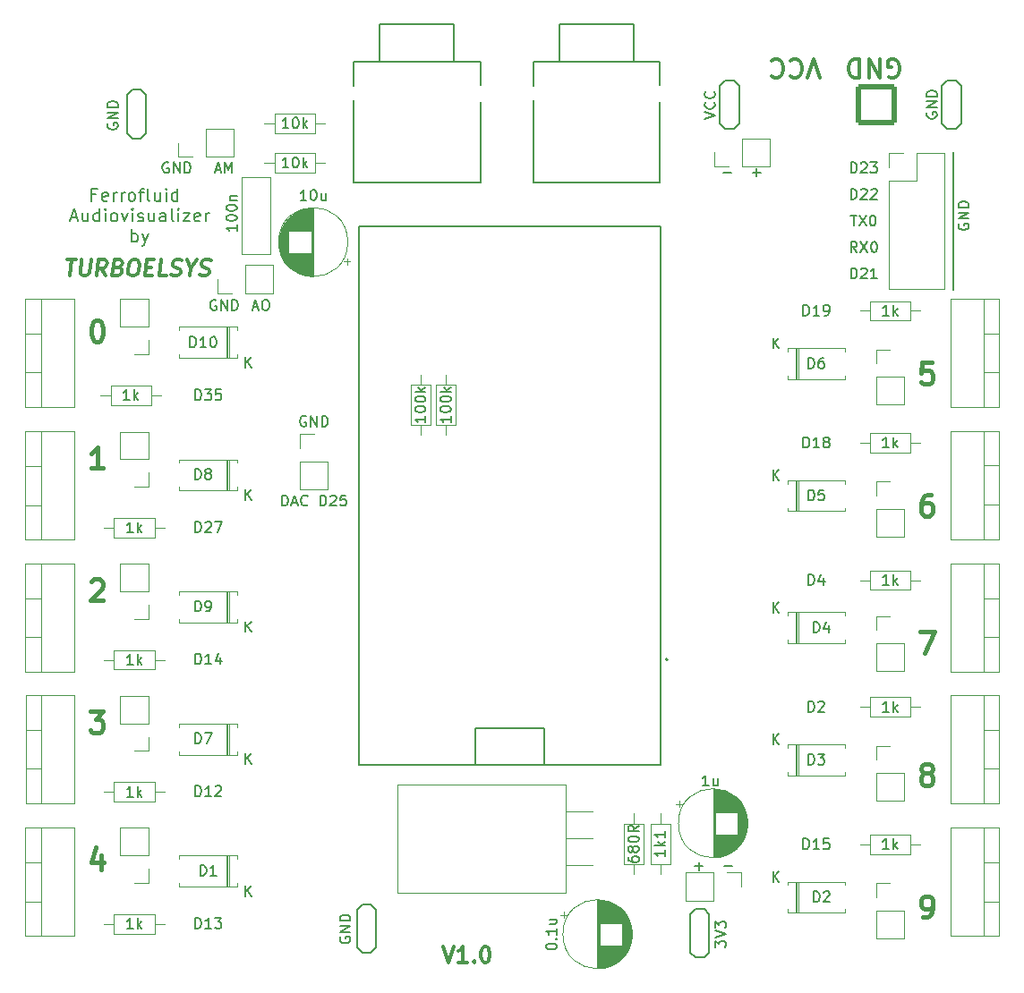
<source format=gto>
G04 #@! TF.GenerationSoftware,KiCad,Pcbnew,(6.0.4)*
G04 #@! TF.CreationDate,2023-03-25T19:21:49+01:00*
G04 #@! TF.ProjectId,Audiovisualizer PCB,41756469-6f76-4697-9375-616c697a6572,rev?*
G04 #@! TF.SameCoordinates,Original*
G04 #@! TF.FileFunction,Legend,Top*
G04 #@! TF.FilePolarity,Positive*
%FSLAX46Y46*%
G04 Gerber Fmt 4.6, Leading zero omitted, Abs format (unit mm)*
G04 Created by KiCad (PCBNEW (6.0.4)) date 2023-03-25 19:21:49*
%MOMM*%
%LPD*%
G01*
G04 APERTURE LIST*
G04 Aperture macros list*
%AMRoundRect*
0 Rectangle with rounded corners*
0 $1 Rounding radius*
0 $2 $3 $4 $5 $6 $7 $8 $9 X,Y pos of 4 corners*
0 Add a 4 corners polygon primitive as box body*
4,1,4,$2,$3,$4,$5,$6,$7,$8,$9,$2,$3,0*
0 Add four circle primitives for the rounded corners*
1,1,$1+$1,$2,$3*
1,1,$1+$1,$4,$5*
1,1,$1+$1,$6,$7*
1,1,$1+$1,$8,$9*
0 Add four rect primitives between the rounded corners*
20,1,$1+$1,$2,$3,$4,$5,0*
20,1,$1+$1,$4,$5,$6,$7,0*
20,1,$1+$1,$6,$7,$8,$9,0*
20,1,$1+$1,$8,$9,$2,$3,0*%
G04 Aperture macros list end*
%ADD10C,0.200000*%
%ADD11C,0.300000*%
%ADD12C,0.160000*%
%ADD13C,0.150000*%
%ADD14C,0.400000*%
%ADD15C,0.120000*%
%ADD16C,0.127000*%
%ADD17R,1.600000X1.600000*%
%ADD18C,1.600000*%
%ADD19R,1.700000X1.700000*%
%ADD20O,1.700000X1.700000*%
%ADD21O,3.500000X3.500000*%
%ADD22R,2.000000X1.905000*%
%ADD23O,2.000000X1.905000*%
%ADD24RoundRect,0.250002X1.699998X1.699998X-1.699998X1.699998X-1.699998X-1.699998X1.699998X-1.699998X0*%
%ADD25C,3.900000*%
%ADD26C,1.400000*%
%ADD27O,1.400000X1.400000*%
%ADD28R,1.800000X1.800000*%
%ADD29O,1.800000X1.800000*%
%ADD30O,1.308000X2.616000*%
%ADD31C,3.000000*%
%ADD32R,2.000000X2.000000*%
%ADD33C,2.000000*%
G04 APERTURE END LIST*
D10*
X57885714Y-76482285D02*
X57485714Y-76482285D01*
X57485714Y-77110857D02*
X57485714Y-75910857D01*
X58057142Y-75910857D01*
X58971428Y-77053714D02*
X58857142Y-77110857D01*
X58628571Y-77110857D01*
X58514285Y-77053714D01*
X58457142Y-76939428D01*
X58457142Y-76482285D01*
X58514285Y-76368000D01*
X58628571Y-76310857D01*
X58857142Y-76310857D01*
X58971428Y-76368000D01*
X59028571Y-76482285D01*
X59028571Y-76596571D01*
X58457142Y-76710857D01*
X59542857Y-77110857D02*
X59542857Y-76310857D01*
X59542857Y-76539428D02*
X59600000Y-76425142D01*
X59657142Y-76368000D01*
X59771428Y-76310857D01*
X59885714Y-76310857D01*
X60285714Y-77110857D02*
X60285714Y-76310857D01*
X60285714Y-76539428D02*
X60342857Y-76425142D01*
X60400000Y-76368000D01*
X60514285Y-76310857D01*
X60628571Y-76310857D01*
X61200000Y-77110857D02*
X61085714Y-77053714D01*
X61028571Y-76996571D01*
X60971428Y-76882285D01*
X60971428Y-76539428D01*
X61028571Y-76425142D01*
X61085714Y-76368000D01*
X61200000Y-76310857D01*
X61371428Y-76310857D01*
X61485714Y-76368000D01*
X61542857Y-76425142D01*
X61600000Y-76539428D01*
X61600000Y-76882285D01*
X61542857Y-76996571D01*
X61485714Y-77053714D01*
X61371428Y-77110857D01*
X61200000Y-77110857D01*
X61942857Y-76310857D02*
X62400000Y-76310857D01*
X62114285Y-77110857D02*
X62114285Y-76082285D01*
X62171428Y-75968000D01*
X62285714Y-75910857D01*
X62400000Y-75910857D01*
X62971428Y-77110857D02*
X62857142Y-77053714D01*
X62800000Y-76939428D01*
X62800000Y-75910857D01*
X63942857Y-76310857D02*
X63942857Y-77110857D01*
X63428571Y-76310857D02*
X63428571Y-76939428D01*
X63485714Y-77053714D01*
X63600000Y-77110857D01*
X63771428Y-77110857D01*
X63885714Y-77053714D01*
X63942857Y-76996571D01*
X64514285Y-77110857D02*
X64514285Y-76310857D01*
X64514285Y-75910857D02*
X64457142Y-75968000D01*
X64514285Y-76025142D01*
X64571428Y-75968000D01*
X64514285Y-75910857D01*
X64514285Y-76025142D01*
X65600000Y-77110857D02*
X65600000Y-75910857D01*
X65600000Y-77053714D02*
X65485714Y-77110857D01*
X65257142Y-77110857D01*
X65142857Y-77053714D01*
X65085714Y-76996571D01*
X65028571Y-76882285D01*
X65028571Y-76539428D01*
X65085714Y-76425142D01*
X65142857Y-76368000D01*
X65257142Y-76310857D01*
X65485714Y-76310857D01*
X65600000Y-76368000D01*
X55514285Y-78700000D02*
X56085714Y-78700000D01*
X55400000Y-79042857D02*
X55800000Y-77842857D01*
X56200000Y-79042857D01*
X57114285Y-78242857D02*
X57114285Y-79042857D01*
X56600000Y-78242857D02*
X56600000Y-78871428D01*
X56657142Y-78985714D01*
X56771428Y-79042857D01*
X56942857Y-79042857D01*
X57057142Y-78985714D01*
X57114285Y-78928571D01*
X58200000Y-79042857D02*
X58200000Y-77842857D01*
X58200000Y-78985714D02*
X58085714Y-79042857D01*
X57857142Y-79042857D01*
X57742857Y-78985714D01*
X57685714Y-78928571D01*
X57628571Y-78814285D01*
X57628571Y-78471428D01*
X57685714Y-78357142D01*
X57742857Y-78300000D01*
X57857142Y-78242857D01*
X58085714Y-78242857D01*
X58200000Y-78300000D01*
X58771428Y-79042857D02*
X58771428Y-78242857D01*
X58771428Y-77842857D02*
X58714285Y-77900000D01*
X58771428Y-77957142D01*
X58828571Y-77900000D01*
X58771428Y-77842857D01*
X58771428Y-77957142D01*
X59514285Y-79042857D02*
X59400000Y-78985714D01*
X59342857Y-78928571D01*
X59285714Y-78814285D01*
X59285714Y-78471428D01*
X59342857Y-78357142D01*
X59400000Y-78300000D01*
X59514285Y-78242857D01*
X59685714Y-78242857D01*
X59800000Y-78300000D01*
X59857142Y-78357142D01*
X59914285Y-78471428D01*
X59914285Y-78814285D01*
X59857142Y-78928571D01*
X59800000Y-78985714D01*
X59685714Y-79042857D01*
X59514285Y-79042857D01*
X60314285Y-78242857D02*
X60600000Y-79042857D01*
X60885714Y-78242857D01*
X61342857Y-79042857D02*
X61342857Y-78242857D01*
X61342857Y-77842857D02*
X61285714Y-77900000D01*
X61342857Y-77957142D01*
X61400000Y-77900000D01*
X61342857Y-77842857D01*
X61342857Y-77957142D01*
X61857142Y-78985714D02*
X61971428Y-79042857D01*
X62200000Y-79042857D01*
X62314285Y-78985714D01*
X62371428Y-78871428D01*
X62371428Y-78814285D01*
X62314285Y-78700000D01*
X62200000Y-78642857D01*
X62028571Y-78642857D01*
X61914285Y-78585714D01*
X61857142Y-78471428D01*
X61857142Y-78414285D01*
X61914285Y-78300000D01*
X62028571Y-78242857D01*
X62200000Y-78242857D01*
X62314285Y-78300000D01*
X63400000Y-78242857D02*
X63400000Y-79042857D01*
X62885714Y-78242857D02*
X62885714Y-78871428D01*
X62942857Y-78985714D01*
X63057142Y-79042857D01*
X63228571Y-79042857D01*
X63342857Y-78985714D01*
X63400000Y-78928571D01*
X64485714Y-79042857D02*
X64485714Y-78414285D01*
X64428571Y-78300000D01*
X64314285Y-78242857D01*
X64085714Y-78242857D01*
X63971428Y-78300000D01*
X64485714Y-78985714D02*
X64371428Y-79042857D01*
X64085714Y-79042857D01*
X63971428Y-78985714D01*
X63914285Y-78871428D01*
X63914285Y-78757142D01*
X63971428Y-78642857D01*
X64085714Y-78585714D01*
X64371428Y-78585714D01*
X64485714Y-78528571D01*
X65228571Y-79042857D02*
X65114285Y-78985714D01*
X65057142Y-78871428D01*
X65057142Y-77842857D01*
X65685714Y-79042857D02*
X65685714Y-78242857D01*
X65685714Y-77842857D02*
X65628571Y-77900000D01*
X65685714Y-77957142D01*
X65742857Y-77900000D01*
X65685714Y-77842857D01*
X65685714Y-77957142D01*
X66142857Y-78242857D02*
X66771428Y-78242857D01*
X66142857Y-79042857D01*
X66771428Y-79042857D01*
X67685714Y-78985714D02*
X67571428Y-79042857D01*
X67342857Y-79042857D01*
X67228571Y-78985714D01*
X67171428Y-78871428D01*
X67171428Y-78414285D01*
X67228571Y-78300000D01*
X67342857Y-78242857D01*
X67571428Y-78242857D01*
X67685714Y-78300000D01*
X67742857Y-78414285D01*
X67742857Y-78528571D01*
X67171428Y-78642857D01*
X68257142Y-79042857D02*
X68257142Y-78242857D01*
X68257142Y-78471428D02*
X68314285Y-78357142D01*
X68371428Y-78300000D01*
X68485714Y-78242857D01*
X68600000Y-78242857D01*
X61285714Y-80974857D02*
X61285714Y-79774857D01*
X61285714Y-80232000D02*
X61400000Y-80174857D01*
X61628571Y-80174857D01*
X61742857Y-80232000D01*
X61800000Y-80289142D01*
X61857142Y-80403428D01*
X61857142Y-80746285D01*
X61800000Y-80860571D01*
X61742857Y-80917714D01*
X61628571Y-80974857D01*
X61400000Y-80974857D01*
X61285714Y-80917714D01*
X62257142Y-80174857D02*
X62542857Y-80974857D01*
X62828571Y-80174857D02*
X62542857Y-80974857D01*
X62428571Y-81260571D01*
X62371428Y-81317714D01*
X62257142Y-81374857D01*
D11*
X55188348Y-82678571D02*
X56045491Y-82678571D01*
X55429419Y-84178571D02*
X55616919Y-82678571D01*
X56545491Y-82678571D02*
X56393705Y-83892857D01*
X56447276Y-84035714D01*
X56509776Y-84107142D01*
X56643705Y-84178571D01*
X56929419Y-84178571D01*
X57081205Y-84107142D01*
X57161562Y-84035714D01*
X57250848Y-83892857D01*
X57402633Y-82678571D01*
X58786562Y-84178571D02*
X58375848Y-83464285D01*
X57929419Y-84178571D02*
X58116919Y-82678571D01*
X58688348Y-82678571D01*
X58822276Y-82750000D01*
X58884776Y-82821428D01*
X58938348Y-82964285D01*
X58911562Y-83178571D01*
X58822276Y-83321428D01*
X58741919Y-83392857D01*
X58590133Y-83464285D01*
X58018705Y-83464285D01*
X60027633Y-83392857D02*
X60232991Y-83464285D01*
X60295491Y-83535714D01*
X60349062Y-83678571D01*
X60322276Y-83892857D01*
X60232991Y-84035714D01*
X60152633Y-84107142D01*
X60000848Y-84178571D01*
X59429419Y-84178571D01*
X59616919Y-82678571D01*
X60116919Y-82678571D01*
X60250848Y-82750000D01*
X60313348Y-82821428D01*
X60366919Y-82964285D01*
X60349062Y-83107142D01*
X60259776Y-83250000D01*
X60179419Y-83321428D01*
X60027633Y-83392857D01*
X59527633Y-83392857D01*
X61402633Y-82678571D02*
X61688348Y-82678571D01*
X61822276Y-82750000D01*
X61947276Y-82892857D01*
X61982991Y-83178571D01*
X61920491Y-83678571D01*
X61813348Y-83964285D01*
X61652633Y-84107142D01*
X61500848Y-84178571D01*
X61215133Y-84178571D01*
X61081205Y-84107142D01*
X60956205Y-83964285D01*
X60920491Y-83678571D01*
X60982991Y-83178571D01*
X61090133Y-82892857D01*
X61250848Y-82750000D01*
X61402633Y-82678571D01*
X62599062Y-83392857D02*
X63099062Y-83392857D01*
X63215133Y-84178571D02*
X62500848Y-84178571D01*
X62688348Y-82678571D01*
X63402633Y-82678571D01*
X64572276Y-84178571D02*
X63857991Y-84178571D01*
X64045491Y-82678571D01*
X65009776Y-84107142D02*
X65215133Y-84178571D01*
X65572276Y-84178571D01*
X65724062Y-84107142D01*
X65804419Y-84035714D01*
X65893705Y-83892857D01*
X65911562Y-83750000D01*
X65857991Y-83607142D01*
X65795491Y-83535714D01*
X65661562Y-83464285D01*
X65384776Y-83392857D01*
X65250848Y-83321428D01*
X65188348Y-83250000D01*
X65134776Y-83107142D01*
X65152633Y-82964285D01*
X65241919Y-82821428D01*
X65322276Y-82750000D01*
X65474062Y-82678571D01*
X65831205Y-82678571D01*
X66036562Y-82750000D01*
X66875848Y-83464285D02*
X66786562Y-84178571D01*
X66474062Y-82678571D02*
X66875848Y-83464285D01*
X67474062Y-82678571D01*
X67724062Y-84107142D02*
X67929419Y-84178571D01*
X68286562Y-84178571D01*
X68438348Y-84107142D01*
X68518705Y-84035714D01*
X68607991Y-83892857D01*
X68625848Y-83750000D01*
X68572276Y-83607142D01*
X68509776Y-83535714D01*
X68375848Y-83464285D01*
X68099062Y-83392857D01*
X67965133Y-83321428D01*
X67902633Y-83250000D01*
X67849062Y-83107142D01*
X67866919Y-82964285D01*
X67956205Y-82821428D01*
X68036562Y-82750000D01*
X68188348Y-82678571D01*
X68545491Y-82678571D01*
X68750848Y-82750000D01*
X90714285Y-147678571D02*
X91214285Y-149178571D01*
X91714285Y-147678571D01*
X93000000Y-149178571D02*
X92142857Y-149178571D01*
X92571428Y-149178571D02*
X92571428Y-147678571D01*
X92428571Y-147892857D01*
X92285714Y-148035714D01*
X92142857Y-148107142D01*
X93642857Y-149035714D02*
X93714285Y-149107142D01*
X93642857Y-149178571D01*
X93571428Y-149107142D01*
X93642857Y-149035714D01*
X93642857Y-149178571D01*
X94642857Y-147678571D02*
X94785714Y-147678571D01*
X94928571Y-147750000D01*
X95000000Y-147821428D01*
X95071428Y-147964285D01*
X95142857Y-148250000D01*
X95142857Y-148607142D01*
X95071428Y-148892857D01*
X95000000Y-149035714D01*
X94928571Y-149107142D01*
X94785714Y-149178571D01*
X94642857Y-149178571D01*
X94500000Y-149107142D01*
X94428571Y-149035714D01*
X94357142Y-148892857D01*
X94285714Y-148607142D01*
X94285714Y-148250000D01*
X94357142Y-147964285D01*
X94428571Y-147821428D01*
X94500000Y-147750000D01*
X94642857Y-147678571D01*
D12*
X72738095Y-87166666D02*
X73214285Y-87166666D01*
X72642857Y-87452380D02*
X72976190Y-86452380D01*
X73309523Y-87452380D01*
X73833333Y-86452380D02*
X74023809Y-86452380D01*
X74119047Y-86500000D01*
X74214285Y-86595238D01*
X74261904Y-86785714D01*
X74261904Y-87119047D01*
X74214285Y-87309523D01*
X74119047Y-87404761D01*
X74023809Y-87452380D01*
X73833333Y-87452380D01*
X73738095Y-87404761D01*
X73642857Y-87309523D01*
X73595238Y-87119047D01*
X73595238Y-86785714D01*
X73642857Y-86595238D01*
X73738095Y-86500000D01*
X73833333Y-86452380D01*
X69238095Y-86500000D02*
X69142857Y-86452380D01*
X69000000Y-86452380D01*
X68857142Y-86500000D01*
X68761904Y-86595238D01*
X68714285Y-86690476D01*
X68666666Y-86880952D01*
X68666666Y-87023809D01*
X68714285Y-87214285D01*
X68761904Y-87309523D01*
X68857142Y-87404761D01*
X69000000Y-87452380D01*
X69095238Y-87452380D01*
X69238095Y-87404761D01*
X69285714Y-87357142D01*
X69285714Y-87023809D01*
X69095238Y-87023809D01*
X69714285Y-87452380D02*
X69714285Y-86452380D01*
X70285714Y-87452380D01*
X70285714Y-86452380D01*
X70761904Y-87452380D02*
X70761904Y-86452380D01*
X71000000Y-86452380D01*
X71142857Y-86500000D01*
X71238095Y-86595238D01*
X71285714Y-86690476D01*
X71333333Y-86880952D01*
X71333333Y-87023809D01*
X71285714Y-87214285D01*
X71238095Y-87309523D01*
X71142857Y-87404761D01*
X71000000Y-87452380D01*
X70761904Y-87452380D01*
X69190476Y-74166666D02*
X69666666Y-74166666D01*
X69095238Y-74452380D02*
X69428571Y-73452380D01*
X69761904Y-74452380D01*
X70095238Y-74452380D02*
X70095238Y-73452380D01*
X70428571Y-74166666D01*
X70761904Y-73452380D01*
X70761904Y-74452380D01*
X64738095Y-73500000D02*
X64642857Y-73452380D01*
X64500000Y-73452380D01*
X64357142Y-73500000D01*
X64261904Y-73595238D01*
X64214285Y-73690476D01*
X64166666Y-73880952D01*
X64166666Y-74023809D01*
X64214285Y-74214285D01*
X64261904Y-74309523D01*
X64357142Y-74404761D01*
X64500000Y-74452380D01*
X64595238Y-74452380D01*
X64738095Y-74404761D01*
X64785714Y-74357142D01*
X64785714Y-74023809D01*
X64595238Y-74023809D01*
X65214285Y-74452380D02*
X65214285Y-73452380D01*
X65785714Y-74452380D01*
X65785714Y-73452380D01*
X66261904Y-74452380D02*
X66261904Y-73452380D01*
X66500000Y-73452380D01*
X66642857Y-73500000D01*
X66738095Y-73595238D01*
X66785714Y-73690476D01*
X66833333Y-73880952D01*
X66833333Y-74023809D01*
X66785714Y-74214285D01*
X66738095Y-74309523D01*
X66642857Y-74404761D01*
X66500000Y-74452380D01*
X66261904Y-74452380D01*
X115452380Y-69333333D02*
X116452380Y-69000000D01*
X115452380Y-68666666D01*
X116357142Y-67761904D02*
X116404761Y-67809523D01*
X116452380Y-67952380D01*
X116452380Y-68047619D01*
X116404761Y-68190476D01*
X116309523Y-68285714D01*
X116214285Y-68333333D01*
X116023809Y-68380952D01*
X115880952Y-68380952D01*
X115690476Y-68333333D01*
X115595238Y-68285714D01*
X115500000Y-68190476D01*
X115452380Y-68047619D01*
X115452380Y-67952380D01*
X115500000Y-67809523D01*
X115547619Y-67761904D01*
X116357142Y-66761904D02*
X116404761Y-66809523D01*
X116452380Y-66952380D01*
X116452380Y-67047619D01*
X116404761Y-67190476D01*
X116309523Y-67285714D01*
X116214285Y-67333333D01*
X116023809Y-67380952D01*
X115880952Y-67380952D01*
X115690476Y-67333333D01*
X115595238Y-67285714D01*
X115500000Y-67190476D01*
X115452380Y-67047619D01*
X115452380Y-66952380D01*
X115500000Y-66809523D01*
X115547619Y-66761904D01*
X124785714Y-138452380D02*
X124785714Y-137452380D01*
X125023809Y-137452380D01*
X125166666Y-137500000D01*
X125261904Y-137595238D01*
X125309523Y-137690476D01*
X125357142Y-137880952D01*
X125357142Y-138023809D01*
X125309523Y-138214285D01*
X125261904Y-138309523D01*
X125166666Y-138404761D01*
X125023809Y-138452380D01*
X124785714Y-138452380D01*
X126309523Y-138452380D02*
X125738095Y-138452380D01*
X126023809Y-138452380D02*
X126023809Y-137452380D01*
X125928571Y-137595238D01*
X125833333Y-137690476D01*
X125738095Y-137738095D01*
X127214285Y-137452380D02*
X126738095Y-137452380D01*
X126690476Y-137928571D01*
X126738095Y-137880952D01*
X126833333Y-137833333D01*
X127071428Y-137833333D01*
X127166666Y-137880952D01*
X127214285Y-137928571D01*
X127261904Y-138023809D01*
X127261904Y-138261904D01*
X127214285Y-138357142D01*
X127166666Y-138404761D01*
X127071428Y-138452380D01*
X126833333Y-138452380D01*
X126738095Y-138404761D01*
X126690476Y-138357142D01*
X125261904Y-125452380D02*
X125261904Y-124452380D01*
X125500000Y-124452380D01*
X125642857Y-124500000D01*
X125738095Y-124595238D01*
X125785714Y-124690476D01*
X125833333Y-124880952D01*
X125833333Y-125023809D01*
X125785714Y-125214285D01*
X125738095Y-125309523D01*
X125642857Y-125404761D01*
X125500000Y-125452380D01*
X125261904Y-125452380D01*
X126214285Y-124547619D02*
X126261904Y-124500000D01*
X126357142Y-124452380D01*
X126595238Y-124452380D01*
X126690476Y-124500000D01*
X126738095Y-124547619D01*
X126785714Y-124642857D01*
X126785714Y-124738095D01*
X126738095Y-124880952D01*
X126166666Y-125452380D01*
X126785714Y-125452380D01*
X125261904Y-113452380D02*
X125261904Y-112452380D01*
X125500000Y-112452380D01*
X125642857Y-112500000D01*
X125738095Y-112595238D01*
X125785714Y-112690476D01*
X125833333Y-112880952D01*
X125833333Y-113023809D01*
X125785714Y-113214285D01*
X125738095Y-113309523D01*
X125642857Y-113404761D01*
X125500000Y-113452380D01*
X125261904Y-113452380D01*
X126690476Y-112785714D02*
X126690476Y-113452380D01*
X126452380Y-112404761D02*
X126214285Y-113119047D01*
X126833333Y-113119047D01*
X124785714Y-100452380D02*
X124785714Y-99452380D01*
X125023809Y-99452380D01*
X125166666Y-99500000D01*
X125261904Y-99595238D01*
X125309523Y-99690476D01*
X125357142Y-99880952D01*
X125357142Y-100023809D01*
X125309523Y-100214285D01*
X125261904Y-100309523D01*
X125166666Y-100404761D01*
X125023809Y-100452380D01*
X124785714Y-100452380D01*
X126309523Y-100452380D02*
X125738095Y-100452380D01*
X126023809Y-100452380D02*
X126023809Y-99452380D01*
X125928571Y-99595238D01*
X125833333Y-99690476D01*
X125738095Y-99738095D01*
X126880952Y-99880952D02*
X126785714Y-99833333D01*
X126738095Y-99785714D01*
X126690476Y-99690476D01*
X126690476Y-99642857D01*
X126738095Y-99547619D01*
X126785714Y-99500000D01*
X126880952Y-99452380D01*
X127071428Y-99452380D01*
X127166666Y-99500000D01*
X127214285Y-99547619D01*
X127261904Y-99642857D01*
X127261904Y-99690476D01*
X127214285Y-99785714D01*
X127166666Y-99833333D01*
X127071428Y-99880952D01*
X126880952Y-99880952D01*
X126785714Y-99928571D01*
X126738095Y-99976190D01*
X126690476Y-100071428D01*
X126690476Y-100261904D01*
X126738095Y-100357142D01*
X126785714Y-100404761D01*
X126880952Y-100452380D01*
X127071428Y-100452380D01*
X127166666Y-100404761D01*
X127214285Y-100357142D01*
X127261904Y-100261904D01*
X127261904Y-100071428D01*
X127214285Y-99976190D01*
X127166666Y-99928571D01*
X127071428Y-99880952D01*
X124785714Y-87952380D02*
X124785714Y-86952380D01*
X125023809Y-86952380D01*
X125166666Y-87000000D01*
X125261904Y-87095238D01*
X125309523Y-87190476D01*
X125357142Y-87380952D01*
X125357142Y-87523809D01*
X125309523Y-87714285D01*
X125261904Y-87809523D01*
X125166666Y-87904761D01*
X125023809Y-87952380D01*
X124785714Y-87952380D01*
X126309523Y-87952380D02*
X125738095Y-87952380D01*
X126023809Y-87952380D02*
X126023809Y-86952380D01*
X125928571Y-87095238D01*
X125833333Y-87190476D01*
X125738095Y-87238095D01*
X126785714Y-87952380D02*
X126976190Y-87952380D01*
X127071428Y-87904761D01*
X127119047Y-87857142D01*
X127214285Y-87714285D01*
X127261904Y-87523809D01*
X127261904Y-87142857D01*
X127214285Y-87047619D01*
X127166666Y-87000000D01*
X127071428Y-86952380D01*
X126880952Y-86952380D01*
X126785714Y-87000000D01*
X126738095Y-87047619D01*
X126690476Y-87142857D01*
X126690476Y-87380952D01*
X126738095Y-87476190D01*
X126785714Y-87523809D01*
X126880952Y-87571428D01*
X127071428Y-87571428D01*
X127166666Y-87523809D01*
X127214285Y-87476190D01*
X127261904Y-87380952D01*
X67285714Y-145952380D02*
X67285714Y-144952380D01*
X67523809Y-144952380D01*
X67666666Y-145000000D01*
X67761904Y-145095238D01*
X67809523Y-145190476D01*
X67857142Y-145380952D01*
X67857142Y-145523809D01*
X67809523Y-145714285D01*
X67761904Y-145809523D01*
X67666666Y-145904761D01*
X67523809Y-145952380D01*
X67285714Y-145952380D01*
X68809523Y-145952380D02*
X68238095Y-145952380D01*
X68523809Y-145952380D02*
X68523809Y-144952380D01*
X68428571Y-145095238D01*
X68333333Y-145190476D01*
X68238095Y-145238095D01*
X69142857Y-144952380D02*
X69761904Y-144952380D01*
X69428571Y-145333333D01*
X69571428Y-145333333D01*
X69666666Y-145380952D01*
X69714285Y-145428571D01*
X69761904Y-145523809D01*
X69761904Y-145761904D01*
X69714285Y-145857142D01*
X69666666Y-145904761D01*
X69571428Y-145952380D01*
X69285714Y-145952380D01*
X69190476Y-145904761D01*
X69142857Y-145857142D01*
X67285714Y-133452380D02*
X67285714Y-132452380D01*
X67523809Y-132452380D01*
X67666666Y-132500000D01*
X67761904Y-132595238D01*
X67809523Y-132690476D01*
X67857142Y-132880952D01*
X67857142Y-133023809D01*
X67809523Y-133214285D01*
X67761904Y-133309523D01*
X67666666Y-133404761D01*
X67523809Y-133452380D01*
X67285714Y-133452380D01*
X68809523Y-133452380D02*
X68238095Y-133452380D01*
X68523809Y-133452380D02*
X68523809Y-132452380D01*
X68428571Y-132595238D01*
X68333333Y-132690476D01*
X68238095Y-132738095D01*
X69190476Y-132547619D02*
X69238095Y-132500000D01*
X69333333Y-132452380D01*
X69571428Y-132452380D01*
X69666666Y-132500000D01*
X69714285Y-132547619D01*
X69761904Y-132642857D01*
X69761904Y-132738095D01*
X69714285Y-132880952D01*
X69142857Y-133452380D01*
X69761904Y-133452380D01*
X67285714Y-120952380D02*
X67285714Y-119952380D01*
X67523809Y-119952380D01*
X67666666Y-120000000D01*
X67761904Y-120095238D01*
X67809523Y-120190476D01*
X67857142Y-120380952D01*
X67857142Y-120523809D01*
X67809523Y-120714285D01*
X67761904Y-120809523D01*
X67666666Y-120904761D01*
X67523809Y-120952380D01*
X67285714Y-120952380D01*
X68809523Y-120952380D02*
X68238095Y-120952380D01*
X68523809Y-120952380D02*
X68523809Y-119952380D01*
X68428571Y-120095238D01*
X68333333Y-120190476D01*
X68238095Y-120238095D01*
X69666666Y-120285714D02*
X69666666Y-120952380D01*
X69428571Y-119904761D02*
X69190476Y-120619047D01*
X69809523Y-120619047D01*
X67285714Y-108452380D02*
X67285714Y-107452380D01*
X67523809Y-107452380D01*
X67666666Y-107500000D01*
X67761904Y-107595238D01*
X67809523Y-107690476D01*
X67857142Y-107880952D01*
X67857142Y-108023809D01*
X67809523Y-108214285D01*
X67761904Y-108309523D01*
X67666666Y-108404761D01*
X67523809Y-108452380D01*
X67285714Y-108452380D01*
X68238095Y-107547619D02*
X68285714Y-107500000D01*
X68380952Y-107452380D01*
X68619047Y-107452380D01*
X68714285Y-107500000D01*
X68761904Y-107547619D01*
X68809523Y-107642857D01*
X68809523Y-107738095D01*
X68761904Y-107880952D01*
X68190476Y-108452380D01*
X68809523Y-108452380D01*
X69142857Y-107452380D02*
X69809523Y-107452380D01*
X69380952Y-108452380D01*
X67285714Y-95952380D02*
X67285714Y-94952380D01*
X67523809Y-94952380D01*
X67666666Y-95000000D01*
X67761904Y-95095238D01*
X67809523Y-95190476D01*
X67857142Y-95380952D01*
X67857142Y-95523809D01*
X67809523Y-95714285D01*
X67761904Y-95809523D01*
X67666666Y-95904761D01*
X67523809Y-95952380D01*
X67285714Y-95952380D01*
X68190476Y-94952380D02*
X68809523Y-94952380D01*
X68476190Y-95333333D01*
X68619047Y-95333333D01*
X68714285Y-95380952D01*
X68761904Y-95428571D01*
X68809523Y-95523809D01*
X68809523Y-95761904D01*
X68761904Y-95857142D01*
X68714285Y-95904761D01*
X68619047Y-95952380D01*
X68333333Y-95952380D01*
X68238095Y-95904761D01*
X68190476Y-95857142D01*
X69714285Y-94952380D02*
X69238095Y-94952380D01*
X69190476Y-95428571D01*
X69238095Y-95380952D01*
X69333333Y-95333333D01*
X69571428Y-95333333D01*
X69666666Y-95380952D01*
X69714285Y-95428571D01*
X69761904Y-95523809D01*
X69761904Y-95761904D01*
X69714285Y-95857142D01*
X69666666Y-95904761D01*
X69571428Y-95952380D01*
X69333333Y-95952380D01*
X69238095Y-95904761D01*
X69190476Y-95857142D01*
X129857142Y-81952380D02*
X129523809Y-81476190D01*
X129285714Y-81952380D02*
X129285714Y-80952380D01*
X129666666Y-80952380D01*
X129761904Y-81000000D01*
X129809523Y-81047619D01*
X129857142Y-81142857D01*
X129857142Y-81285714D01*
X129809523Y-81380952D01*
X129761904Y-81428571D01*
X129666666Y-81476190D01*
X129285714Y-81476190D01*
X130190476Y-80952380D02*
X130857142Y-81952380D01*
X130857142Y-80952380D02*
X130190476Y-81952380D01*
X131428571Y-80952380D02*
X131523809Y-80952380D01*
X131619047Y-81000000D01*
X131666666Y-81047619D01*
X131714285Y-81142857D01*
X131761904Y-81333333D01*
X131761904Y-81571428D01*
X131714285Y-81761904D01*
X131666666Y-81857142D01*
X131619047Y-81904761D01*
X131523809Y-81952380D01*
X131428571Y-81952380D01*
X131333333Y-81904761D01*
X131285714Y-81857142D01*
X131238095Y-81761904D01*
X131190476Y-81571428D01*
X131190476Y-81333333D01*
X131238095Y-81142857D01*
X131285714Y-81047619D01*
X131333333Y-81000000D01*
X131428571Y-80952380D01*
X129261904Y-78452380D02*
X129833333Y-78452380D01*
X129547619Y-79452380D02*
X129547619Y-78452380D01*
X130071428Y-78452380D02*
X130738095Y-79452380D01*
X130738095Y-78452380D02*
X130071428Y-79452380D01*
X131309523Y-78452380D02*
X131404761Y-78452380D01*
X131500000Y-78500000D01*
X131547619Y-78547619D01*
X131595238Y-78642857D01*
X131642857Y-78833333D01*
X131642857Y-79071428D01*
X131595238Y-79261904D01*
X131547619Y-79357142D01*
X131500000Y-79404761D01*
X131404761Y-79452380D01*
X131309523Y-79452380D01*
X131214285Y-79404761D01*
X131166666Y-79357142D01*
X131119047Y-79261904D01*
X131071428Y-79071428D01*
X131071428Y-78833333D01*
X131119047Y-78642857D01*
X131166666Y-78547619D01*
X131214285Y-78500000D01*
X131309523Y-78452380D01*
X129285714Y-84452380D02*
X129285714Y-83452380D01*
X129523809Y-83452380D01*
X129666666Y-83500000D01*
X129761904Y-83595238D01*
X129809523Y-83690476D01*
X129857142Y-83880952D01*
X129857142Y-84023809D01*
X129809523Y-84214285D01*
X129761904Y-84309523D01*
X129666666Y-84404761D01*
X129523809Y-84452380D01*
X129285714Y-84452380D01*
X130238095Y-83547619D02*
X130285714Y-83500000D01*
X130380952Y-83452380D01*
X130619047Y-83452380D01*
X130714285Y-83500000D01*
X130761904Y-83547619D01*
X130809523Y-83642857D01*
X130809523Y-83738095D01*
X130761904Y-83880952D01*
X130190476Y-84452380D01*
X130809523Y-84452380D01*
X131761904Y-84452380D02*
X131190476Y-84452380D01*
X131476190Y-84452380D02*
X131476190Y-83452380D01*
X131380952Y-83595238D01*
X131285714Y-83690476D01*
X131190476Y-83738095D01*
X129285714Y-76952380D02*
X129285714Y-75952380D01*
X129523809Y-75952380D01*
X129666666Y-76000000D01*
X129761904Y-76095238D01*
X129809523Y-76190476D01*
X129857142Y-76380952D01*
X129857142Y-76523809D01*
X129809523Y-76714285D01*
X129761904Y-76809523D01*
X129666666Y-76904761D01*
X129523809Y-76952380D01*
X129285714Y-76952380D01*
X130238095Y-76047619D02*
X130285714Y-76000000D01*
X130380952Y-75952380D01*
X130619047Y-75952380D01*
X130714285Y-76000000D01*
X130761904Y-76047619D01*
X130809523Y-76142857D01*
X130809523Y-76238095D01*
X130761904Y-76380952D01*
X130190476Y-76952380D01*
X130809523Y-76952380D01*
X131190476Y-76047619D02*
X131238095Y-76000000D01*
X131333333Y-75952380D01*
X131571428Y-75952380D01*
X131666666Y-76000000D01*
X131714285Y-76047619D01*
X131761904Y-76142857D01*
X131761904Y-76238095D01*
X131714285Y-76380952D01*
X131142857Y-76952380D01*
X131761904Y-76952380D01*
X129285714Y-74452380D02*
X129285714Y-73452380D01*
X129523809Y-73452380D01*
X129666666Y-73500000D01*
X129761904Y-73595238D01*
X129809523Y-73690476D01*
X129857142Y-73880952D01*
X129857142Y-74023809D01*
X129809523Y-74214285D01*
X129761904Y-74309523D01*
X129666666Y-74404761D01*
X129523809Y-74452380D01*
X129285714Y-74452380D01*
X130238095Y-73547619D02*
X130285714Y-73500000D01*
X130380952Y-73452380D01*
X130619047Y-73452380D01*
X130714285Y-73500000D01*
X130761904Y-73547619D01*
X130809523Y-73642857D01*
X130809523Y-73738095D01*
X130761904Y-73880952D01*
X130190476Y-74452380D01*
X130809523Y-74452380D01*
X131142857Y-73452380D02*
X131761904Y-73452380D01*
X131428571Y-73833333D01*
X131571428Y-73833333D01*
X131666666Y-73880952D01*
X131714285Y-73928571D01*
X131761904Y-74023809D01*
X131761904Y-74261904D01*
X131714285Y-74357142D01*
X131666666Y-74404761D01*
X131571428Y-74452380D01*
X131285714Y-74452380D01*
X131190476Y-74404761D01*
X131142857Y-74357142D01*
X120761904Y-74428571D02*
X120000000Y-74428571D01*
X120380952Y-74047619D02*
X120380952Y-74809523D01*
X118000000Y-74428571D02*
X117238095Y-74428571D01*
X114513095Y-140071428D02*
X115275000Y-140071428D01*
X114894047Y-140452380D02*
X114894047Y-139690476D01*
X117275000Y-140071428D02*
X118036904Y-140071428D01*
X116452380Y-147738095D02*
X116452380Y-147119047D01*
X116833333Y-147452380D01*
X116833333Y-147309523D01*
X116880952Y-147214285D01*
X116928571Y-147166666D01*
X117023809Y-147119047D01*
X117261904Y-147119047D01*
X117357142Y-147166666D01*
X117404761Y-147214285D01*
X117452380Y-147309523D01*
X117452380Y-147595238D01*
X117404761Y-147690476D01*
X117357142Y-147738095D01*
X116452380Y-146833333D02*
X117452380Y-146500000D01*
X116452380Y-146166666D01*
X116452380Y-145928571D02*
X116452380Y-145309523D01*
X116833333Y-145642857D01*
X116833333Y-145500000D01*
X116880952Y-145404761D01*
X116928571Y-145357142D01*
X117023809Y-145309523D01*
X117261904Y-145309523D01*
X117357142Y-145357142D01*
X117404761Y-145404761D01*
X117452380Y-145500000D01*
X117452380Y-145785714D01*
X117404761Y-145880952D01*
X117357142Y-145928571D01*
D13*
X139000000Y-72500000D02*
X139000000Y-85500000D01*
D12*
X139500000Y-79261904D02*
X139452380Y-79357142D01*
X139452380Y-79500000D01*
X139500000Y-79642857D01*
X139595238Y-79738095D01*
X139690476Y-79785714D01*
X139880952Y-79833333D01*
X140023809Y-79833333D01*
X140214285Y-79785714D01*
X140309523Y-79738095D01*
X140404761Y-79642857D01*
X140452380Y-79500000D01*
X140452380Y-79404761D01*
X140404761Y-79261904D01*
X140357142Y-79214285D01*
X140023809Y-79214285D01*
X140023809Y-79404761D01*
X140452380Y-78785714D02*
X139452380Y-78785714D01*
X140452380Y-78214285D01*
X139452380Y-78214285D01*
X140452380Y-77738095D02*
X139452380Y-77738095D01*
X139452380Y-77500000D01*
X139500000Y-77357142D01*
X139595238Y-77261904D01*
X139690476Y-77214285D01*
X139880952Y-77166666D01*
X140023809Y-77166666D01*
X140214285Y-77214285D01*
X140309523Y-77261904D01*
X140404761Y-77357142D01*
X140452380Y-77500000D01*
X140452380Y-77738095D01*
X136500000Y-68741904D02*
X136452380Y-68837142D01*
X136452380Y-68980000D01*
X136500000Y-69122857D01*
X136595238Y-69218095D01*
X136690476Y-69265714D01*
X136880952Y-69313333D01*
X137023809Y-69313333D01*
X137214285Y-69265714D01*
X137309523Y-69218095D01*
X137404761Y-69122857D01*
X137452380Y-68980000D01*
X137452380Y-68884761D01*
X137404761Y-68741904D01*
X137357142Y-68694285D01*
X137023809Y-68694285D01*
X137023809Y-68884761D01*
X137452380Y-68265714D02*
X136452380Y-68265714D01*
X137452380Y-67694285D01*
X136452380Y-67694285D01*
X137452380Y-67218095D02*
X136452380Y-67218095D01*
X136452380Y-66980000D01*
X136500000Y-66837142D01*
X136595238Y-66741904D01*
X136690476Y-66694285D01*
X136880952Y-66646666D01*
X137023809Y-66646666D01*
X137214285Y-66694285D01*
X137309523Y-66741904D01*
X137404761Y-66837142D01*
X137452380Y-66980000D01*
X137452380Y-67218095D01*
X81000000Y-146761904D02*
X80952380Y-146857142D01*
X80952380Y-147000000D01*
X81000000Y-147142857D01*
X81095238Y-147238095D01*
X81190476Y-147285714D01*
X81380952Y-147333333D01*
X81523809Y-147333333D01*
X81714285Y-147285714D01*
X81809523Y-147238095D01*
X81904761Y-147142857D01*
X81952380Y-147000000D01*
X81952380Y-146904761D01*
X81904761Y-146761904D01*
X81857142Y-146714285D01*
X81523809Y-146714285D01*
X81523809Y-146904761D01*
X81952380Y-146285714D02*
X80952380Y-146285714D01*
X81952380Y-145714285D01*
X80952380Y-145714285D01*
X81952380Y-145238095D02*
X80952380Y-145238095D01*
X80952380Y-145000000D01*
X81000000Y-144857142D01*
X81095238Y-144761904D01*
X81190476Y-144714285D01*
X81380952Y-144666666D01*
X81523809Y-144666666D01*
X81714285Y-144714285D01*
X81809523Y-144761904D01*
X81904761Y-144857142D01*
X81952380Y-145000000D01*
X81952380Y-145238095D01*
X59000000Y-69761904D02*
X58952380Y-69857142D01*
X58952380Y-70000000D01*
X59000000Y-70142857D01*
X59095238Y-70238095D01*
X59190476Y-70285714D01*
X59380952Y-70333333D01*
X59523809Y-70333333D01*
X59714285Y-70285714D01*
X59809523Y-70238095D01*
X59904761Y-70142857D01*
X59952380Y-70000000D01*
X59952380Y-69904761D01*
X59904761Y-69761904D01*
X59857142Y-69714285D01*
X59523809Y-69714285D01*
X59523809Y-69904761D01*
X59952380Y-69285714D02*
X58952380Y-69285714D01*
X59952380Y-68714285D01*
X58952380Y-68714285D01*
X59952380Y-68238095D02*
X58952380Y-68238095D01*
X58952380Y-68000000D01*
X59000000Y-67857142D01*
X59095238Y-67761904D01*
X59190476Y-67714285D01*
X59380952Y-67666666D01*
X59523809Y-67666666D01*
X59714285Y-67714285D01*
X59809523Y-67761904D01*
X59904761Y-67857142D01*
X59952380Y-68000000D01*
X59952380Y-68238095D01*
X77738095Y-97500000D02*
X77642857Y-97452380D01*
X77500000Y-97452380D01*
X77357142Y-97500000D01*
X77261904Y-97595238D01*
X77214285Y-97690476D01*
X77166666Y-97880952D01*
X77166666Y-98023809D01*
X77214285Y-98214285D01*
X77261904Y-98309523D01*
X77357142Y-98404761D01*
X77500000Y-98452380D01*
X77595238Y-98452380D01*
X77738095Y-98404761D01*
X77785714Y-98357142D01*
X77785714Y-98023809D01*
X77595238Y-98023809D01*
X78214285Y-98452380D02*
X78214285Y-97452380D01*
X78785714Y-98452380D01*
X78785714Y-97452380D01*
X79261904Y-98452380D02*
X79261904Y-97452380D01*
X79500000Y-97452380D01*
X79642857Y-97500000D01*
X79738095Y-97595238D01*
X79785714Y-97690476D01*
X79833333Y-97880952D01*
X79833333Y-98023809D01*
X79785714Y-98214285D01*
X79738095Y-98309523D01*
X79642857Y-98404761D01*
X79500000Y-98452380D01*
X79261904Y-98452380D01*
X75476190Y-105952380D02*
X75476190Y-104952380D01*
X75714285Y-104952380D01*
X75857142Y-105000000D01*
X75952380Y-105095238D01*
X76000000Y-105190476D01*
X76047619Y-105380952D01*
X76047619Y-105523809D01*
X76000000Y-105714285D01*
X75952380Y-105809523D01*
X75857142Y-105904761D01*
X75714285Y-105952380D01*
X75476190Y-105952380D01*
X76428571Y-105666666D02*
X76904761Y-105666666D01*
X76333333Y-105952380D02*
X76666666Y-104952380D01*
X77000000Y-105952380D01*
X77904761Y-105857142D02*
X77857142Y-105904761D01*
X77714285Y-105952380D01*
X77619047Y-105952380D01*
X77476190Y-105904761D01*
X77380952Y-105809523D01*
X77333333Y-105714285D01*
X77285714Y-105523809D01*
X77285714Y-105380952D01*
X77333333Y-105190476D01*
X77380952Y-105095238D01*
X77476190Y-105000000D01*
X77619047Y-104952380D01*
X77714285Y-104952380D01*
X77857142Y-105000000D01*
X77904761Y-105047619D01*
X79095238Y-105952380D02*
X79095238Y-104952380D01*
X79333333Y-104952380D01*
X79476190Y-105000000D01*
X79571428Y-105095238D01*
X79619047Y-105190476D01*
X79666666Y-105380952D01*
X79666666Y-105523809D01*
X79619047Y-105714285D01*
X79571428Y-105809523D01*
X79476190Y-105904761D01*
X79333333Y-105952380D01*
X79095238Y-105952380D01*
X80047619Y-105047619D02*
X80095238Y-105000000D01*
X80190476Y-104952380D01*
X80428571Y-104952380D01*
X80523809Y-105000000D01*
X80571428Y-105047619D01*
X80619047Y-105142857D01*
X80619047Y-105238095D01*
X80571428Y-105380952D01*
X80000000Y-105952380D01*
X80619047Y-105952380D01*
X81523809Y-104952380D02*
X81047619Y-104952380D01*
X81000000Y-105428571D01*
X81047619Y-105380952D01*
X81142857Y-105333333D01*
X81380952Y-105333333D01*
X81476190Y-105380952D01*
X81523809Y-105428571D01*
X81571428Y-105523809D01*
X81571428Y-105761904D01*
X81523809Y-105857142D01*
X81476190Y-105904761D01*
X81380952Y-105952380D01*
X81142857Y-105952380D01*
X81047619Y-105904761D01*
X81000000Y-105857142D01*
D11*
X132871428Y-65400000D02*
X133042857Y-65485714D01*
X133300000Y-65485714D01*
X133557142Y-65400000D01*
X133728571Y-65228571D01*
X133814285Y-65057142D01*
X133900000Y-64714285D01*
X133900000Y-64457142D01*
X133814285Y-64114285D01*
X133728571Y-63942857D01*
X133557142Y-63771428D01*
X133300000Y-63685714D01*
X133128571Y-63685714D01*
X132871428Y-63771428D01*
X132785714Y-63857142D01*
X132785714Y-64457142D01*
X133128571Y-64457142D01*
X132014285Y-63685714D02*
X132014285Y-65485714D01*
X130985714Y-63685714D01*
X130985714Y-65485714D01*
X130128571Y-63685714D02*
X130128571Y-65485714D01*
X129700000Y-65485714D01*
X129442857Y-65400000D01*
X129271428Y-65228571D01*
X129185714Y-65057142D01*
X129100000Y-64714285D01*
X129100000Y-64457142D01*
X129185714Y-64114285D01*
X129271428Y-63942857D01*
X129442857Y-63771428D01*
X129700000Y-63685714D01*
X130128571Y-63685714D01*
X126400000Y-65485714D02*
X125800000Y-63685714D01*
X125200000Y-65485714D01*
X123571428Y-63857142D02*
X123657142Y-63771428D01*
X123914285Y-63685714D01*
X124085714Y-63685714D01*
X124342857Y-63771428D01*
X124514285Y-63942857D01*
X124600000Y-64114285D01*
X124685714Y-64457142D01*
X124685714Y-64714285D01*
X124600000Y-65057142D01*
X124514285Y-65228571D01*
X124342857Y-65400000D01*
X124085714Y-65485714D01*
X123914285Y-65485714D01*
X123657142Y-65400000D01*
X123571428Y-65314285D01*
X121771428Y-63857142D02*
X121857142Y-63771428D01*
X122114285Y-63685714D01*
X122285714Y-63685714D01*
X122542857Y-63771428D01*
X122714285Y-63942857D01*
X122800000Y-64114285D01*
X122885714Y-64457142D01*
X122885714Y-64714285D01*
X122800000Y-65057142D01*
X122714285Y-65228571D01*
X122542857Y-65400000D01*
X122285714Y-65485714D01*
X122114285Y-65485714D01*
X121857142Y-65400000D01*
X121771428Y-65314285D01*
D13*
X93750000Y-127000000D02*
X100250000Y-127000000D01*
X100250000Y-127000000D02*
X100250000Y-130500000D01*
X100250000Y-130500000D02*
X93750000Y-130500000D01*
X93750000Y-130500000D02*
X93750000Y-127000000D01*
D14*
X57904761Y-88404761D02*
X58095238Y-88404761D01*
X58285714Y-88500000D01*
X58380952Y-88595238D01*
X58476190Y-88785714D01*
X58571428Y-89166666D01*
X58571428Y-89642857D01*
X58476190Y-90023809D01*
X58380952Y-90214285D01*
X58285714Y-90309523D01*
X58095238Y-90404761D01*
X57904761Y-90404761D01*
X57714285Y-90309523D01*
X57619047Y-90214285D01*
X57523809Y-90023809D01*
X57428571Y-89642857D01*
X57428571Y-89166666D01*
X57523809Y-88785714D01*
X57619047Y-88595238D01*
X57714285Y-88500000D01*
X57904761Y-88404761D01*
X136119047Y-144904761D02*
X136500000Y-144904761D01*
X136690476Y-144809523D01*
X136785714Y-144714285D01*
X136976190Y-144428571D01*
X137071428Y-144047619D01*
X137071428Y-143285714D01*
X136976190Y-143095238D01*
X136880952Y-143000000D01*
X136690476Y-142904761D01*
X136309523Y-142904761D01*
X136119047Y-143000000D01*
X136023809Y-143095238D01*
X135928571Y-143285714D01*
X135928571Y-143761904D01*
X136023809Y-143952380D01*
X136119047Y-144047619D01*
X136309523Y-144142857D01*
X136690476Y-144142857D01*
X136880952Y-144047619D01*
X136976190Y-143952380D01*
X137071428Y-143761904D01*
X136309523Y-131261904D02*
X136119047Y-131166666D01*
X136023809Y-131071428D01*
X135928571Y-130880952D01*
X135928571Y-130785714D01*
X136023809Y-130595238D01*
X136119047Y-130500000D01*
X136309523Y-130404761D01*
X136690476Y-130404761D01*
X136880952Y-130500000D01*
X136976190Y-130595238D01*
X137071428Y-130785714D01*
X137071428Y-130880952D01*
X136976190Y-131071428D01*
X136880952Y-131166666D01*
X136690476Y-131261904D01*
X136309523Y-131261904D01*
X136119047Y-131357142D01*
X136023809Y-131452380D01*
X135928571Y-131642857D01*
X135928571Y-132023809D01*
X136023809Y-132214285D01*
X136119047Y-132309523D01*
X136309523Y-132404761D01*
X136690476Y-132404761D01*
X136880952Y-132309523D01*
X136976190Y-132214285D01*
X137071428Y-132023809D01*
X137071428Y-131642857D01*
X136976190Y-131452380D01*
X136880952Y-131357142D01*
X136690476Y-131261904D01*
X135833333Y-117904761D02*
X137166666Y-117904761D01*
X136309523Y-119904761D01*
X136880952Y-104904761D02*
X136500000Y-104904761D01*
X136309523Y-105000000D01*
X136214285Y-105095238D01*
X136023809Y-105380952D01*
X135928571Y-105761904D01*
X135928571Y-106523809D01*
X136023809Y-106714285D01*
X136119047Y-106809523D01*
X136309523Y-106904761D01*
X136690476Y-106904761D01*
X136880952Y-106809523D01*
X136976190Y-106714285D01*
X137071428Y-106523809D01*
X137071428Y-106047619D01*
X136976190Y-105857142D01*
X136880952Y-105761904D01*
X136690476Y-105666666D01*
X136309523Y-105666666D01*
X136119047Y-105761904D01*
X136023809Y-105857142D01*
X135928571Y-106047619D01*
X136976190Y-92404761D02*
X136023809Y-92404761D01*
X135928571Y-93357142D01*
X136023809Y-93261904D01*
X136214285Y-93166666D01*
X136690476Y-93166666D01*
X136880952Y-93261904D01*
X136976190Y-93357142D01*
X137071428Y-93547619D01*
X137071428Y-94023809D01*
X136976190Y-94214285D01*
X136880952Y-94309523D01*
X136690476Y-94404761D01*
X136214285Y-94404761D01*
X136023809Y-94309523D01*
X135928571Y-94214285D01*
X58380952Y-139071428D02*
X58380952Y-140404761D01*
X57904761Y-138309523D02*
X57428571Y-139738095D01*
X58666666Y-139738095D01*
X57333333Y-125404761D02*
X58571428Y-125404761D01*
X57904761Y-126166666D01*
X58190476Y-126166666D01*
X58380952Y-126261904D01*
X58476190Y-126357142D01*
X58571428Y-126547619D01*
X58571428Y-127023809D01*
X58476190Y-127214285D01*
X58380952Y-127309523D01*
X58190476Y-127404761D01*
X57619047Y-127404761D01*
X57428571Y-127309523D01*
X57333333Y-127214285D01*
X57428571Y-113095238D02*
X57523809Y-113000000D01*
X57714285Y-112904761D01*
X58190476Y-112904761D01*
X58380952Y-113000000D01*
X58476190Y-113095238D01*
X58571428Y-113285714D01*
X58571428Y-113476190D01*
X58476190Y-113761904D01*
X57333333Y-114904761D01*
X58571428Y-114904761D01*
X58571428Y-102404761D02*
X57428571Y-102404761D01*
X58000000Y-102404761D02*
X58000000Y-100404761D01*
X57809523Y-100690476D01*
X57619047Y-100880952D01*
X57428571Y-100976190D01*
D13*
X77789522Y-77052380D02*
X77218094Y-77052380D01*
X77503808Y-77052380D02*
X77503808Y-76052380D01*
X77408570Y-76195238D01*
X77313332Y-76290476D01*
X77218094Y-76338095D01*
X78408570Y-76052380D02*
X78503808Y-76052380D01*
X78599046Y-76100000D01*
X78646665Y-76147619D01*
X78694284Y-76242857D01*
X78741903Y-76433333D01*
X78741903Y-76671428D01*
X78694284Y-76861904D01*
X78646665Y-76957142D01*
X78599046Y-77004761D01*
X78503808Y-77052380D01*
X78408570Y-77052380D01*
X78313332Y-77004761D01*
X78265713Y-76957142D01*
X78218094Y-76861904D01*
X78170475Y-76671428D01*
X78170475Y-76433333D01*
X78218094Y-76242857D01*
X78265713Y-76147619D01*
X78313332Y-76100000D01*
X78408570Y-76052380D01*
X79599046Y-76385714D02*
X79599046Y-77052380D01*
X79170475Y-76385714D02*
X79170475Y-76909523D01*
X79218094Y-77004761D01*
X79313332Y-77052380D01*
X79456189Y-77052380D01*
X79551427Y-77004761D01*
X79599046Y-76957142D01*
X115833333Y-132452380D02*
X115261904Y-132452380D01*
X115547619Y-132452380D02*
X115547619Y-131452380D01*
X115452380Y-131595238D01*
X115357142Y-131690476D01*
X115261904Y-131738095D01*
X116690476Y-131785714D02*
X116690476Y-132452380D01*
X116261904Y-131785714D02*
X116261904Y-132309523D01*
X116309523Y-132404761D01*
X116404761Y-132452380D01*
X116547619Y-132452380D01*
X116642857Y-132404761D01*
X116690476Y-132357142D01*
X100452380Y-147714285D02*
X100452380Y-147619047D01*
X100500000Y-147523809D01*
X100547619Y-147476190D01*
X100642857Y-147428571D01*
X100833333Y-147380952D01*
X101071428Y-147380952D01*
X101261904Y-147428571D01*
X101357142Y-147476190D01*
X101404761Y-147523809D01*
X101452380Y-147619047D01*
X101452380Y-147714285D01*
X101404761Y-147809523D01*
X101357142Y-147857142D01*
X101261904Y-147904761D01*
X101071428Y-147952380D01*
X100833333Y-147952380D01*
X100642857Y-147904761D01*
X100547619Y-147857142D01*
X100500000Y-147809523D01*
X100452380Y-147714285D01*
X101357142Y-146952380D02*
X101404761Y-146904761D01*
X101452380Y-146952380D01*
X101404761Y-147000000D01*
X101357142Y-146952380D01*
X101452380Y-146952380D01*
X101452380Y-145952380D02*
X101452380Y-146523809D01*
X101452380Y-146238095D02*
X100452380Y-146238095D01*
X100595238Y-146333333D01*
X100690476Y-146428571D01*
X100738095Y-146523809D01*
X100785714Y-145095238D02*
X101452380Y-145095238D01*
X100785714Y-145523809D02*
X101309523Y-145523809D01*
X101404761Y-145476190D01*
X101452380Y-145380952D01*
X101452380Y-145238095D01*
X101404761Y-145142857D01*
X101357142Y-145095238D01*
X61070952Y-95952380D02*
X60499523Y-95952380D01*
X60785238Y-95952380D02*
X60785238Y-94952380D01*
X60690000Y-95095238D01*
X60594761Y-95190476D01*
X60499523Y-95238095D01*
X61499523Y-95952380D02*
X61499523Y-94952380D01*
X61594761Y-95571428D02*
X61880476Y-95952380D01*
X61880476Y-95285714D02*
X61499523Y-95666666D01*
X66785714Y-90952380D02*
X66785714Y-89952380D01*
X67023809Y-89952380D01*
X67166666Y-90000000D01*
X67261904Y-90095238D01*
X67309523Y-90190476D01*
X67357142Y-90380952D01*
X67357142Y-90523809D01*
X67309523Y-90714285D01*
X67261904Y-90809523D01*
X67166666Y-90904761D01*
X67023809Y-90952380D01*
X66785714Y-90952380D01*
X68309523Y-90952380D02*
X67738095Y-90952380D01*
X68023809Y-90952380D02*
X68023809Y-89952380D01*
X67928571Y-90095238D01*
X67833333Y-90190476D01*
X67738095Y-90238095D01*
X68928571Y-89952380D02*
X69023809Y-89952380D01*
X69119047Y-90000000D01*
X69166666Y-90047619D01*
X69214285Y-90142857D01*
X69261904Y-90333333D01*
X69261904Y-90571428D01*
X69214285Y-90761904D01*
X69166666Y-90857142D01*
X69119047Y-90904761D01*
X69023809Y-90952380D01*
X68928571Y-90952380D01*
X68833333Y-90904761D01*
X68785714Y-90857142D01*
X68738095Y-90761904D01*
X68690476Y-90571428D01*
X68690476Y-90333333D01*
X68738095Y-90142857D01*
X68785714Y-90047619D01*
X68833333Y-90000000D01*
X68928571Y-89952380D01*
X72048095Y-92852380D02*
X72048095Y-91852380D01*
X72619523Y-92852380D02*
X72190952Y-92280952D01*
X72619523Y-91852380D02*
X72048095Y-92423809D01*
X61380952Y-120992380D02*
X60809523Y-120992380D01*
X61095238Y-120992380D02*
X61095238Y-119992380D01*
X61000000Y-120135238D01*
X60904761Y-120230476D01*
X60809523Y-120278095D01*
X61809523Y-120992380D02*
X61809523Y-119992380D01*
X61904761Y-120611428D02*
X62190476Y-120992380D01*
X62190476Y-120325714D02*
X61809523Y-120706666D01*
X61380952Y-108492380D02*
X60809523Y-108492380D01*
X61095238Y-108492380D02*
X61095238Y-107492380D01*
X61000000Y-107635238D01*
X60904761Y-107730476D01*
X60809523Y-107778095D01*
X61809523Y-108492380D02*
X61809523Y-107492380D01*
X61904761Y-108111428D02*
X62190476Y-108492380D01*
X62190476Y-107825714D02*
X61809523Y-108206666D01*
X67261904Y-115952380D02*
X67261904Y-114952380D01*
X67500000Y-114952380D01*
X67642857Y-115000000D01*
X67738095Y-115095238D01*
X67785714Y-115190476D01*
X67833333Y-115380952D01*
X67833333Y-115523809D01*
X67785714Y-115714285D01*
X67738095Y-115809523D01*
X67642857Y-115904761D01*
X67500000Y-115952380D01*
X67261904Y-115952380D01*
X68309523Y-115952380D02*
X68500000Y-115952380D01*
X68595238Y-115904761D01*
X68642857Y-115857142D01*
X68738095Y-115714285D01*
X68785714Y-115523809D01*
X68785714Y-115142857D01*
X68738095Y-115047619D01*
X68690476Y-115000000D01*
X68595238Y-114952380D01*
X68404761Y-114952380D01*
X68309523Y-115000000D01*
X68261904Y-115047619D01*
X68214285Y-115142857D01*
X68214285Y-115380952D01*
X68261904Y-115476190D01*
X68309523Y-115523809D01*
X68404761Y-115571428D01*
X68595238Y-115571428D01*
X68690476Y-115523809D01*
X68738095Y-115476190D01*
X68785714Y-115380952D01*
X72048095Y-117892380D02*
X72048095Y-116892380D01*
X72619523Y-117892380D02*
X72190952Y-117320952D01*
X72619523Y-116892380D02*
X72048095Y-117463809D01*
X67261904Y-103452380D02*
X67261904Y-102452380D01*
X67500000Y-102452380D01*
X67642857Y-102500000D01*
X67738095Y-102595238D01*
X67785714Y-102690476D01*
X67833333Y-102880952D01*
X67833333Y-103023809D01*
X67785714Y-103214285D01*
X67738095Y-103309523D01*
X67642857Y-103404761D01*
X67500000Y-103452380D01*
X67261904Y-103452380D01*
X68404761Y-102880952D02*
X68309523Y-102833333D01*
X68261904Y-102785714D01*
X68214285Y-102690476D01*
X68214285Y-102642857D01*
X68261904Y-102547619D01*
X68309523Y-102500000D01*
X68404761Y-102452380D01*
X68595238Y-102452380D01*
X68690476Y-102500000D01*
X68738095Y-102547619D01*
X68785714Y-102642857D01*
X68785714Y-102690476D01*
X68738095Y-102785714D01*
X68690476Y-102833333D01*
X68595238Y-102880952D01*
X68404761Y-102880952D01*
X68309523Y-102928571D01*
X68261904Y-102976190D01*
X68214285Y-103071428D01*
X68214285Y-103261904D01*
X68261904Y-103357142D01*
X68309523Y-103404761D01*
X68404761Y-103452380D01*
X68595238Y-103452380D01*
X68690476Y-103404761D01*
X68738095Y-103357142D01*
X68785714Y-103261904D01*
X68785714Y-103071428D01*
X68738095Y-102976190D01*
X68690476Y-102928571D01*
X68595238Y-102880952D01*
X72048095Y-105392380D02*
X72048095Y-104392380D01*
X72619523Y-105392380D02*
X72190952Y-104820952D01*
X72619523Y-104392380D02*
X72048095Y-104963809D01*
X108222380Y-139211904D02*
X108222380Y-139402380D01*
X108270000Y-139497619D01*
X108317619Y-139545238D01*
X108460476Y-139640476D01*
X108650952Y-139688095D01*
X109031904Y-139688095D01*
X109127142Y-139640476D01*
X109174761Y-139592857D01*
X109222380Y-139497619D01*
X109222380Y-139307142D01*
X109174761Y-139211904D01*
X109127142Y-139164285D01*
X109031904Y-139116666D01*
X108793809Y-139116666D01*
X108698571Y-139164285D01*
X108650952Y-139211904D01*
X108603333Y-139307142D01*
X108603333Y-139497619D01*
X108650952Y-139592857D01*
X108698571Y-139640476D01*
X108793809Y-139688095D01*
X108650952Y-138545238D02*
X108603333Y-138640476D01*
X108555714Y-138688095D01*
X108460476Y-138735714D01*
X108412857Y-138735714D01*
X108317619Y-138688095D01*
X108270000Y-138640476D01*
X108222380Y-138545238D01*
X108222380Y-138354761D01*
X108270000Y-138259523D01*
X108317619Y-138211904D01*
X108412857Y-138164285D01*
X108460476Y-138164285D01*
X108555714Y-138211904D01*
X108603333Y-138259523D01*
X108650952Y-138354761D01*
X108650952Y-138545238D01*
X108698571Y-138640476D01*
X108746190Y-138688095D01*
X108841428Y-138735714D01*
X109031904Y-138735714D01*
X109127142Y-138688095D01*
X109174761Y-138640476D01*
X109222380Y-138545238D01*
X109222380Y-138354761D01*
X109174761Y-138259523D01*
X109127142Y-138211904D01*
X109031904Y-138164285D01*
X108841428Y-138164285D01*
X108746190Y-138211904D01*
X108698571Y-138259523D01*
X108650952Y-138354761D01*
X108222380Y-137545238D02*
X108222380Y-137450000D01*
X108270000Y-137354761D01*
X108317619Y-137307142D01*
X108412857Y-137259523D01*
X108603333Y-137211904D01*
X108841428Y-137211904D01*
X109031904Y-137259523D01*
X109127142Y-137307142D01*
X109174761Y-137354761D01*
X109222380Y-137450000D01*
X109222380Y-137545238D01*
X109174761Y-137640476D01*
X109127142Y-137688095D01*
X109031904Y-137735714D01*
X108841428Y-137783333D01*
X108603333Y-137783333D01*
X108412857Y-137735714D01*
X108317619Y-137688095D01*
X108270000Y-137640476D01*
X108222380Y-137545238D01*
X109222380Y-136211904D02*
X108746190Y-136545238D01*
X109222380Y-136783333D02*
X108222380Y-136783333D01*
X108222380Y-136402380D01*
X108270000Y-136307142D01*
X108317619Y-136259523D01*
X108412857Y-136211904D01*
X108555714Y-136211904D01*
X108650952Y-136259523D01*
X108698571Y-136307142D01*
X108746190Y-136402380D01*
X108746190Y-136783333D01*
X111722380Y-138545238D02*
X111722380Y-139116666D01*
X111722380Y-138830952D02*
X110722380Y-138830952D01*
X110865238Y-138926190D01*
X110960476Y-139021428D01*
X111008095Y-139116666D01*
X111722380Y-138116666D02*
X110722380Y-138116666D01*
X111341428Y-138021428D02*
X111722380Y-137735714D01*
X111055714Y-137735714D02*
X111436666Y-138116666D01*
X111722380Y-136783333D02*
X111722380Y-137354761D01*
X111722380Y-137069047D02*
X110722380Y-137069047D01*
X110865238Y-137164285D01*
X110960476Y-137259523D01*
X111008095Y-137354761D01*
X71202380Y-79369047D02*
X71202380Y-79940476D01*
X71202380Y-79654761D02*
X70202380Y-79654761D01*
X70345238Y-79750000D01*
X70440476Y-79845238D01*
X70488095Y-79940476D01*
X70202380Y-78750000D02*
X70202380Y-78654761D01*
X70250000Y-78559523D01*
X70297619Y-78511904D01*
X70392857Y-78464285D01*
X70583333Y-78416666D01*
X70821428Y-78416666D01*
X71011904Y-78464285D01*
X71107142Y-78511904D01*
X71154761Y-78559523D01*
X71202380Y-78654761D01*
X71202380Y-78750000D01*
X71154761Y-78845238D01*
X71107142Y-78892857D01*
X71011904Y-78940476D01*
X70821428Y-78988095D01*
X70583333Y-78988095D01*
X70392857Y-78940476D01*
X70297619Y-78892857D01*
X70250000Y-78845238D01*
X70202380Y-78750000D01*
X70202380Y-77797619D02*
X70202380Y-77702380D01*
X70250000Y-77607142D01*
X70297619Y-77559523D01*
X70392857Y-77511904D01*
X70583333Y-77464285D01*
X70821428Y-77464285D01*
X71011904Y-77511904D01*
X71107142Y-77559523D01*
X71154761Y-77607142D01*
X71202380Y-77702380D01*
X71202380Y-77797619D01*
X71154761Y-77892857D01*
X71107142Y-77940476D01*
X71011904Y-77988095D01*
X70821428Y-78035714D01*
X70583333Y-78035714D01*
X70392857Y-77988095D01*
X70297619Y-77940476D01*
X70250000Y-77892857D01*
X70202380Y-77797619D01*
X70535714Y-77035714D02*
X71202380Y-77035714D01*
X70630952Y-77035714D02*
X70583333Y-76988095D01*
X70535714Y-76892857D01*
X70535714Y-76750000D01*
X70583333Y-76654761D01*
X70678571Y-76607142D01*
X71202380Y-76607142D01*
X76094761Y-70202380D02*
X75523333Y-70202380D01*
X75809047Y-70202380D02*
X75809047Y-69202380D01*
X75713809Y-69345238D01*
X75618571Y-69440476D01*
X75523333Y-69488095D01*
X76713809Y-69202380D02*
X76809047Y-69202380D01*
X76904285Y-69250000D01*
X76951904Y-69297619D01*
X76999523Y-69392857D01*
X77047142Y-69583333D01*
X77047142Y-69821428D01*
X76999523Y-70011904D01*
X76951904Y-70107142D01*
X76904285Y-70154761D01*
X76809047Y-70202380D01*
X76713809Y-70202380D01*
X76618571Y-70154761D01*
X76570952Y-70107142D01*
X76523333Y-70011904D01*
X76475714Y-69821428D01*
X76475714Y-69583333D01*
X76523333Y-69392857D01*
X76570952Y-69297619D01*
X76618571Y-69250000D01*
X76713809Y-69202380D01*
X77475714Y-70202380D02*
X77475714Y-69202380D01*
X77570952Y-69821428D02*
X77856666Y-70202380D01*
X77856666Y-69535714D02*
X77475714Y-69916666D01*
X67761904Y-140952380D02*
X67761904Y-139952380D01*
X68000000Y-139952380D01*
X68142857Y-140000000D01*
X68238095Y-140095238D01*
X68285714Y-140190476D01*
X68333333Y-140380952D01*
X68333333Y-140523809D01*
X68285714Y-140714285D01*
X68238095Y-140809523D01*
X68142857Y-140904761D01*
X68000000Y-140952380D01*
X67761904Y-140952380D01*
X69285714Y-140952380D02*
X68714285Y-140952380D01*
X69000000Y-140952380D02*
X69000000Y-139952380D01*
X68904761Y-140095238D01*
X68809523Y-140190476D01*
X68714285Y-140238095D01*
X72048095Y-142892380D02*
X72048095Y-141892380D01*
X72619523Y-142892380D02*
X72190952Y-142320952D01*
X72619523Y-141892380D02*
X72048095Y-142463809D01*
X125761904Y-143452380D02*
X125761904Y-142452380D01*
X126000000Y-142452380D01*
X126142857Y-142500000D01*
X126238095Y-142595238D01*
X126285714Y-142690476D01*
X126333333Y-142880952D01*
X126333333Y-143023809D01*
X126285714Y-143214285D01*
X126238095Y-143309523D01*
X126142857Y-143404761D01*
X126000000Y-143452380D01*
X125761904Y-143452380D01*
X126714285Y-142547619D02*
X126761904Y-142500000D01*
X126857142Y-142452380D01*
X127095238Y-142452380D01*
X127190476Y-142500000D01*
X127238095Y-142547619D01*
X127285714Y-142642857D01*
X127285714Y-142738095D01*
X127238095Y-142880952D01*
X126666666Y-143452380D01*
X127285714Y-143452380D01*
X121928095Y-141552380D02*
X121928095Y-140552380D01*
X122499523Y-141552380D02*
X122070952Y-140980952D01*
X122499523Y-140552380D02*
X121928095Y-141123809D01*
X125261904Y-130452380D02*
X125261904Y-129452380D01*
X125500000Y-129452380D01*
X125642857Y-129500000D01*
X125738095Y-129595238D01*
X125785714Y-129690476D01*
X125833333Y-129880952D01*
X125833333Y-130023809D01*
X125785714Y-130214285D01*
X125738095Y-130309523D01*
X125642857Y-130404761D01*
X125500000Y-130452380D01*
X125261904Y-130452380D01*
X126166666Y-129452380D02*
X126785714Y-129452380D01*
X126452380Y-129833333D01*
X126595238Y-129833333D01*
X126690476Y-129880952D01*
X126738095Y-129928571D01*
X126785714Y-130023809D01*
X126785714Y-130261904D01*
X126738095Y-130357142D01*
X126690476Y-130404761D01*
X126595238Y-130452380D01*
X126309523Y-130452380D01*
X126214285Y-130404761D01*
X126166666Y-130357142D01*
X121928095Y-128552380D02*
X121928095Y-127552380D01*
X122499523Y-128552380D02*
X122070952Y-127980952D01*
X122499523Y-127552380D02*
X121928095Y-128123809D01*
X132880952Y-125452380D02*
X132309523Y-125452380D01*
X132595238Y-125452380D02*
X132595238Y-124452380D01*
X132500000Y-124595238D01*
X132404761Y-124690476D01*
X132309523Y-124738095D01*
X133309523Y-125452380D02*
X133309523Y-124452380D01*
X133404761Y-125071428D02*
X133690476Y-125452380D01*
X133690476Y-124785714D02*
X133309523Y-125166666D01*
X67261904Y-128452380D02*
X67261904Y-127452380D01*
X67500000Y-127452380D01*
X67642857Y-127500000D01*
X67738095Y-127595238D01*
X67785714Y-127690476D01*
X67833333Y-127880952D01*
X67833333Y-128023809D01*
X67785714Y-128214285D01*
X67738095Y-128309523D01*
X67642857Y-128404761D01*
X67500000Y-128452380D01*
X67261904Y-128452380D01*
X68166666Y-127452380D02*
X68833333Y-127452380D01*
X68404761Y-128452380D01*
X72048095Y-130392380D02*
X72048095Y-129392380D01*
X72619523Y-130392380D02*
X72190952Y-129820952D01*
X72619523Y-129392380D02*
X72048095Y-129963809D01*
X91452380Y-97471428D02*
X91452380Y-98042857D01*
X91452380Y-97757142D02*
X90452380Y-97757142D01*
X90595238Y-97852380D01*
X90690476Y-97947619D01*
X90738095Y-98042857D01*
X90452380Y-96852380D02*
X90452380Y-96757142D01*
X90500000Y-96661904D01*
X90547619Y-96614285D01*
X90642857Y-96566666D01*
X90833333Y-96519047D01*
X91071428Y-96519047D01*
X91261904Y-96566666D01*
X91357142Y-96614285D01*
X91404761Y-96661904D01*
X91452380Y-96757142D01*
X91452380Y-96852380D01*
X91404761Y-96947619D01*
X91357142Y-96995238D01*
X91261904Y-97042857D01*
X91071428Y-97090476D01*
X90833333Y-97090476D01*
X90642857Y-97042857D01*
X90547619Y-96995238D01*
X90500000Y-96947619D01*
X90452380Y-96852380D01*
X90452380Y-95900000D02*
X90452380Y-95804761D01*
X90500000Y-95709523D01*
X90547619Y-95661904D01*
X90642857Y-95614285D01*
X90833333Y-95566666D01*
X91071428Y-95566666D01*
X91261904Y-95614285D01*
X91357142Y-95661904D01*
X91404761Y-95709523D01*
X91452380Y-95804761D01*
X91452380Y-95900000D01*
X91404761Y-95995238D01*
X91357142Y-96042857D01*
X91261904Y-96090476D01*
X91071428Y-96138095D01*
X90833333Y-96138095D01*
X90642857Y-96090476D01*
X90547619Y-96042857D01*
X90500000Y-95995238D01*
X90452380Y-95900000D01*
X91452380Y-95138095D02*
X90452380Y-95138095D01*
X91071428Y-95042857D02*
X91452380Y-94757142D01*
X90785714Y-94757142D02*
X91166666Y-95138095D01*
X132880952Y-100452380D02*
X132309523Y-100452380D01*
X132595238Y-100452380D02*
X132595238Y-99452380D01*
X132500000Y-99595238D01*
X132404761Y-99690476D01*
X132309523Y-99738095D01*
X133309523Y-100452380D02*
X133309523Y-99452380D01*
X133404761Y-100071428D02*
X133690476Y-100452380D01*
X133690476Y-99785714D02*
X133309523Y-100166666D01*
X89052380Y-97471428D02*
X89052380Y-98042857D01*
X89052380Y-97757142D02*
X88052380Y-97757142D01*
X88195238Y-97852380D01*
X88290476Y-97947619D01*
X88338095Y-98042857D01*
X88052380Y-96852380D02*
X88052380Y-96757142D01*
X88100000Y-96661904D01*
X88147619Y-96614285D01*
X88242857Y-96566666D01*
X88433333Y-96519047D01*
X88671428Y-96519047D01*
X88861904Y-96566666D01*
X88957142Y-96614285D01*
X89004761Y-96661904D01*
X89052380Y-96757142D01*
X89052380Y-96852380D01*
X89004761Y-96947619D01*
X88957142Y-96995238D01*
X88861904Y-97042857D01*
X88671428Y-97090476D01*
X88433333Y-97090476D01*
X88242857Y-97042857D01*
X88147619Y-96995238D01*
X88100000Y-96947619D01*
X88052380Y-96852380D01*
X88052380Y-95900000D02*
X88052380Y-95804761D01*
X88100000Y-95709523D01*
X88147619Y-95661904D01*
X88242857Y-95614285D01*
X88433333Y-95566666D01*
X88671428Y-95566666D01*
X88861904Y-95614285D01*
X88957142Y-95661904D01*
X89004761Y-95709523D01*
X89052380Y-95804761D01*
X89052380Y-95900000D01*
X89004761Y-95995238D01*
X88957142Y-96042857D01*
X88861904Y-96090476D01*
X88671428Y-96138095D01*
X88433333Y-96138095D01*
X88242857Y-96090476D01*
X88147619Y-96042857D01*
X88100000Y-95995238D01*
X88052380Y-95900000D01*
X89052380Y-95138095D02*
X88052380Y-95138095D01*
X88671428Y-95042857D02*
X89052380Y-94757142D01*
X88385714Y-94757142D02*
X88766666Y-95138095D01*
X76094761Y-73952380D02*
X75523333Y-73952380D01*
X75809047Y-73952380D02*
X75809047Y-72952380D01*
X75713809Y-73095238D01*
X75618571Y-73190476D01*
X75523333Y-73238095D01*
X76713809Y-72952380D02*
X76809047Y-72952380D01*
X76904285Y-73000000D01*
X76951904Y-73047619D01*
X76999523Y-73142857D01*
X77047142Y-73333333D01*
X77047142Y-73571428D01*
X76999523Y-73761904D01*
X76951904Y-73857142D01*
X76904285Y-73904761D01*
X76809047Y-73952380D01*
X76713809Y-73952380D01*
X76618571Y-73904761D01*
X76570952Y-73857142D01*
X76523333Y-73761904D01*
X76475714Y-73571428D01*
X76475714Y-73333333D01*
X76523333Y-73142857D01*
X76570952Y-73047619D01*
X76618571Y-73000000D01*
X76713809Y-72952380D01*
X77475714Y-73952380D02*
X77475714Y-72952380D01*
X77570952Y-73571428D02*
X77856666Y-73952380D01*
X77856666Y-73285714D02*
X77475714Y-73666666D01*
X61380952Y-133492380D02*
X60809523Y-133492380D01*
X61095238Y-133492380D02*
X61095238Y-132492380D01*
X61000000Y-132635238D01*
X60904761Y-132730476D01*
X60809523Y-132778095D01*
X61809523Y-133492380D02*
X61809523Y-132492380D01*
X61904761Y-133111428D02*
X62190476Y-133492380D01*
X62190476Y-132825714D02*
X61809523Y-133206666D01*
X132880952Y-87952380D02*
X132309523Y-87952380D01*
X132595238Y-87952380D02*
X132595238Y-86952380D01*
X132500000Y-87095238D01*
X132404761Y-87190476D01*
X132309523Y-87238095D01*
X133309523Y-87952380D02*
X133309523Y-86952380D01*
X133404761Y-87571428D02*
X133690476Y-87952380D01*
X133690476Y-87285714D02*
X133309523Y-87666666D01*
X132880952Y-138452380D02*
X132309523Y-138452380D01*
X132595238Y-138452380D02*
X132595238Y-137452380D01*
X132500000Y-137595238D01*
X132404761Y-137690476D01*
X132309523Y-137738095D01*
X133309523Y-138452380D02*
X133309523Y-137452380D01*
X133404761Y-138071428D02*
X133690476Y-138452380D01*
X133690476Y-137785714D02*
X133309523Y-138166666D01*
X125261904Y-92952380D02*
X125261904Y-91952380D01*
X125500000Y-91952380D01*
X125642857Y-92000000D01*
X125738095Y-92095238D01*
X125785714Y-92190476D01*
X125833333Y-92380952D01*
X125833333Y-92523809D01*
X125785714Y-92714285D01*
X125738095Y-92809523D01*
X125642857Y-92904761D01*
X125500000Y-92952380D01*
X125261904Y-92952380D01*
X126690476Y-91952380D02*
X126500000Y-91952380D01*
X126404761Y-92000000D01*
X126357142Y-92047619D01*
X126261904Y-92190476D01*
X126214285Y-92380952D01*
X126214285Y-92761904D01*
X126261904Y-92857142D01*
X126309523Y-92904761D01*
X126404761Y-92952380D01*
X126595238Y-92952380D01*
X126690476Y-92904761D01*
X126738095Y-92857142D01*
X126785714Y-92761904D01*
X126785714Y-92523809D01*
X126738095Y-92428571D01*
X126690476Y-92380952D01*
X126595238Y-92333333D01*
X126404761Y-92333333D01*
X126309523Y-92380952D01*
X126261904Y-92428571D01*
X126214285Y-92523809D01*
X121928095Y-91052380D02*
X121928095Y-90052380D01*
X122499523Y-91052380D02*
X122070952Y-90480952D01*
X122499523Y-90052380D02*
X121928095Y-90623809D01*
X61380952Y-145992380D02*
X60809523Y-145992380D01*
X61095238Y-145992380D02*
X61095238Y-144992380D01*
X61000000Y-145135238D01*
X60904761Y-145230476D01*
X60809523Y-145278095D01*
X61809523Y-145992380D02*
X61809523Y-144992380D01*
X61904761Y-145611428D02*
X62190476Y-145992380D01*
X62190476Y-145325714D02*
X61809523Y-145706666D01*
X125261904Y-105452380D02*
X125261904Y-104452380D01*
X125500000Y-104452380D01*
X125642857Y-104500000D01*
X125738095Y-104595238D01*
X125785714Y-104690476D01*
X125833333Y-104880952D01*
X125833333Y-105023809D01*
X125785714Y-105214285D01*
X125738095Y-105309523D01*
X125642857Y-105404761D01*
X125500000Y-105452380D01*
X125261904Y-105452380D01*
X126738095Y-104452380D02*
X126261904Y-104452380D01*
X126214285Y-104928571D01*
X126261904Y-104880952D01*
X126357142Y-104833333D01*
X126595238Y-104833333D01*
X126690476Y-104880952D01*
X126738095Y-104928571D01*
X126785714Y-105023809D01*
X126785714Y-105261904D01*
X126738095Y-105357142D01*
X126690476Y-105404761D01*
X126595238Y-105452380D01*
X126357142Y-105452380D01*
X126261904Y-105404761D01*
X126214285Y-105357142D01*
X121928095Y-103552380D02*
X121928095Y-102552380D01*
X122499523Y-103552380D02*
X122070952Y-102980952D01*
X122499523Y-102552380D02*
X121928095Y-103123809D01*
X132880952Y-113452380D02*
X132309523Y-113452380D01*
X132595238Y-113452380D02*
X132595238Y-112452380D01*
X132500000Y-112595238D01*
X132404761Y-112690476D01*
X132309523Y-112738095D01*
X133309523Y-113452380D02*
X133309523Y-112452380D01*
X133404761Y-113071428D02*
X133690476Y-113452380D01*
X133690476Y-112785714D02*
X133309523Y-113166666D01*
X125761904Y-117952380D02*
X125761904Y-116952380D01*
X126000000Y-116952380D01*
X126142857Y-117000000D01*
X126238095Y-117095238D01*
X126285714Y-117190476D01*
X126333333Y-117380952D01*
X126333333Y-117523809D01*
X126285714Y-117714285D01*
X126238095Y-117809523D01*
X126142857Y-117904761D01*
X126000000Y-117952380D01*
X125761904Y-117952380D01*
X127190476Y-117285714D02*
X127190476Y-117952380D01*
X126952380Y-116904761D02*
X126714285Y-117619047D01*
X127333333Y-117619047D01*
X121928095Y-116052380D02*
X121928095Y-115052380D01*
X122499523Y-116052380D02*
X122070952Y-115480952D01*
X122499523Y-115052380D02*
X121928095Y-115623809D01*
D15*
X76431380Y-79960000D02*
X76431380Y-78452000D01*
X76951380Y-79960000D02*
X76951380Y-78124000D01*
X77351380Y-84047000D02*
X77351380Y-82040000D01*
X75791380Y-82890000D02*
X75791380Y-79110000D01*
X77631380Y-84131000D02*
X77631380Y-82040000D01*
X78352380Y-84230000D02*
X78352380Y-77770000D01*
X77551380Y-79960000D02*
X77551380Y-77890000D01*
X77431380Y-79960000D02*
X77431380Y-77926000D01*
X78392380Y-84230000D02*
X78392380Y-77770000D01*
X75751380Y-82834000D02*
X75751380Y-79166000D01*
X75871380Y-82995000D02*
X75871380Y-79005000D01*
X77872380Y-79960000D02*
X77872380Y-77818000D01*
X76831380Y-79960000D02*
X76831380Y-78188000D01*
X76911380Y-83856000D02*
X76911380Y-82040000D01*
X76151380Y-83305000D02*
X76151380Y-82040000D01*
X77872380Y-84182000D02*
X77872380Y-82040000D01*
X75271380Y-81802000D02*
X75271380Y-80198000D01*
X78312380Y-84228000D02*
X78312380Y-77772000D01*
X76791380Y-79960000D02*
X76791380Y-78210000D01*
X81932621Y-82839000D02*
X81302621Y-82839000D01*
X76711380Y-79960000D02*
X76711380Y-78258000D01*
X75191380Y-81402000D02*
X75191380Y-80598000D01*
X77792380Y-79960000D02*
X77792380Y-77833000D01*
X77191380Y-79960000D02*
X77191380Y-78014000D01*
X76831380Y-83812000D02*
X76831380Y-82040000D01*
X76671380Y-79960000D02*
X76671380Y-78284000D01*
X77912380Y-79960000D02*
X77912380Y-77811000D01*
X75551380Y-82509000D02*
X75551380Y-79491000D01*
X76071380Y-83224000D02*
X76071380Y-78776000D01*
X77271380Y-79960000D02*
X77271380Y-77982000D01*
X76351380Y-83484000D02*
X76351380Y-82040000D01*
X75631380Y-82650000D02*
X75631380Y-79350000D01*
X77832380Y-79960000D02*
X77832380Y-77825000D01*
X78152380Y-79960000D02*
X78152380Y-77782000D01*
X76591380Y-83664000D02*
X76591380Y-82040000D01*
X75511380Y-82432000D02*
X75511380Y-79568000D01*
X77992380Y-84201000D02*
X77992380Y-82040000D01*
X76871380Y-83834000D02*
X76871380Y-82040000D01*
X77631380Y-79960000D02*
X77631380Y-77869000D01*
X78192380Y-84222000D02*
X78192380Y-82040000D01*
X76271380Y-83416000D02*
X76271380Y-82040000D01*
X76631380Y-83690000D02*
X76631380Y-82040000D01*
X75711380Y-82776000D02*
X75711380Y-79224000D01*
X76551380Y-79960000D02*
X76551380Y-78364000D01*
X75231380Y-81633000D02*
X75231380Y-80367000D01*
X76151380Y-79960000D02*
X76151380Y-78695000D01*
X76471380Y-79960000D02*
X76471380Y-78422000D01*
X78112380Y-79960000D02*
X78112380Y-77785000D01*
X77151380Y-83970000D02*
X77151380Y-82040000D01*
X78112380Y-84215000D02*
X78112380Y-82040000D01*
X76791380Y-83790000D02*
X76791380Y-82040000D01*
X77111380Y-83952000D02*
X77111380Y-82040000D01*
X76751380Y-79960000D02*
X76751380Y-78234000D01*
X75991380Y-83137000D02*
X75991380Y-78863000D01*
X76511380Y-83607000D02*
X76511380Y-82040000D01*
X77671380Y-79960000D02*
X77671380Y-77859000D01*
X77151380Y-79960000D02*
X77151380Y-78030000D01*
X77031380Y-79960000D02*
X77031380Y-78084000D01*
X75911380Y-83044000D02*
X75911380Y-78956000D01*
X75951380Y-83092000D02*
X75951380Y-78908000D01*
X77111380Y-79960000D02*
X77111380Y-78048000D01*
X76191380Y-83343000D02*
X76191380Y-82040000D01*
X77471380Y-79960000D02*
X77471380Y-77914000D01*
X75471380Y-82350000D02*
X75471380Y-79650000D01*
X77711380Y-84150000D02*
X77711380Y-82040000D01*
X77071380Y-83934000D02*
X77071380Y-82040000D01*
X76191380Y-79960000D02*
X76191380Y-78657000D01*
X77271380Y-84018000D02*
X77271380Y-82040000D01*
X76911380Y-79960000D02*
X76911380Y-78144000D01*
X77952380Y-79960000D02*
X77952380Y-77805000D01*
X77551380Y-84110000D02*
X77551380Y-82040000D01*
X76511380Y-79960000D02*
X76511380Y-78393000D01*
X76271380Y-79960000D02*
X76271380Y-78584000D01*
X77311380Y-84033000D02*
X77311380Y-82040000D01*
X77711380Y-79960000D02*
X77711380Y-77850000D01*
X81617621Y-83154000D02*
X81617621Y-82524000D01*
X76871380Y-79960000D02*
X76871380Y-78166000D01*
X75671380Y-82714000D02*
X75671380Y-79286000D01*
X76231380Y-83380000D02*
X76231380Y-82040000D01*
X75591380Y-82581000D02*
X75591380Y-79419000D01*
X77832380Y-84175000D02*
X77832380Y-82040000D01*
X75351380Y-82059000D02*
X75351380Y-79941000D01*
X75311380Y-81940000D02*
X75311380Y-80060000D01*
X77992380Y-79960000D02*
X77992380Y-77799000D01*
X76991380Y-83896000D02*
X76991380Y-82040000D01*
X77391380Y-79960000D02*
X77391380Y-77939000D01*
X77912380Y-84189000D02*
X77912380Y-82040000D01*
X77752380Y-84159000D02*
X77752380Y-82040000D01*
X77511380Y-84098000D02*
X77511380Y-82040000D01*
X78432380Y-84230000D02*
X78432380Y-77770000D01*
X77591380Y-79960000D02*
X77591380Y-77879000D01*
X76751380Y-83766000D02*
X76751380Y-82040000D01*
X77591380Y-84121000D02*
X77591380Y-82040000D01*
X77311380Y-79960000D02*
X77311380Y-77967000D01*
X77671380Y-84141000D02*
X77671380Y-82040000D01*
X78152380Y-84218000D02*
X78152380Y-82040000D01*
X76311380Y-83450000D02*
X76311380Y-82040000D01*
X76111380Y-83265000D02*
X76111380Y-78735000D01*
X76991380Y-79960000D02*
X76991380Y-78104000D01*
X76471380Y-83578000D02*
X76471380Y-82040000D01*
X78192380Y-79960000D02*
X78192380Y-77778000D01*
X77471380Y-84086000D02*
X77471380Y-82040000D01*
X77511380Y-79960000D02*
X77511380Y-77902000D01*
X75391380Y-82165000D02*
X75391380Y-79835000D01*
X76551380Y-83636000D02*
X76551380Y-82040000D01*
X76391380Y-79960000D02*
X76391380Y-78484000D01*
X77351380Y-79960000D02*
X77351380Y-77953000D01*
X76031380Y-83182000D02*
X76031380Y-78818000D01*
X75831380Y-82944000D02*
X75831380Y-79056000D01*
X75431380Y-82262000D02*
X75431380Y-79738000D01*
X78032380Y-79960000D02*
X78032380Y-77794000D01*
X76231380Y-79960000D02*
X76231380Y-78620000D01*
X76711380Y-83742000D02*
X76711380Y-82040000D01*
X77792380Y-84167000D02*
X77792380Y-82040000D01*
X77071380Y-79960000D02*
X77071380Y-78066000D01*
X78272380Y-84227000D02*
X78272380Y-77773000D01*
X76351380Y-79960000D02*
X76351380Y-78516000D01*
X76631380Y-79960000D02*
X76631380Y-78310000D01*
X76431380Y-83548000D02*
X76431380Y-82040000D01*
X78072380Y-79960000D02*
X78072380Y-77789000D01*
X76951380Y-83876000D02*
X76951380Y-82040000D01*
X76591380Y-79960000D02*
X76591380Y-78336000D01*
X78032380Y-84206000D02*
X78032380Y-82040000D01*
X76391380Y-83516000D02*
X76391380Y-82040000D01*
X77191380Y-83986000D02*
X77191380Y-82040000D01*
X77431380Y-84074000D02*
X77431380Y-82040000D01*
X77391380Y-84061000D02*
X77391380Y-82040000D01*
X78072380Y-84211000D02*
X78072380Y-82040000D01*
X77231380Y-84002000D02*
X77231380Y-82040000D01*
X77231380Y-79960000D02*
X77231380Y-77998000D01*
X77952380Y-84195000D02*
X77952380Y-82040000D01*
X77031380Y-83916000D02*
X77031380Y-82040000D01*
X77752380Y-79960000D02*
X77752380Y-77841000D01*
X76311380Y-79960000D02*
X76311380Y-78550000D01*
X76671380Y-83716000D02*
X76671380Y-82040000D01*
X78232380Y-84224000D02*
X78232380Y-77776000D01*
X81702380Y-81000000D02*
G75*
G03*
X81702380Y-81000000I-3270000J0D01*
G01*
X118251000Y-137040000D02*
X118251000Y-138548000D01*
X117731000Y-137040000D02*
X117731000Y-138876000D01*
X117331000Y-132953000D02*
X117331000Y-134960000D01*
X118891000Y-134110000D02*
X118891000Y-137890000D01*
X117051000Y-132869000D02*
X117051000Y-134960000D01*
X116330000Y-132770000D02*
X116330000Y-139230000D01*
X117131000Y-137040000D02*
X117131000Y-139110000D01*
X117251000Y-137040000D02*
X117251000Y-139074000D01*
X116290000Y-132770000D02*
X116290000Y-139230000D01*
X118931000Y-134166000D02*
X118931000Y-137834000D01*
X118811000Y-134005000D02*
X118811000Y-137995000D01*
X116810000Y-137040000D02*
X116810000Y-139182000D01*
X117851000Y-137040000D02*
X117851000Y-138812000D01*
X117771000Y-133144000D02*
X117771000Y-134960000D01*
X118531000Y-133695000D02*
X118531000Y-134960000D01*
X116810000Y-132818000D02*
X116810000Y-134960000D01*
X119411000Y-135198000D02*
X119411000Y-136802000D01*
X116370000Y-132772000D02*
X116370000Y-139228000D01*
X117891000Y-137040000D02*
X117891000Y-138790000D01*
X112749759Y-134161000D02*
X113379759Y-134161000D01*
X117971000Y-137040000D02*
X117971000Y-138742000D01*
X119491000Y-135598000D02*
X119491000Y-136402000D01*
X116890000Y-137040000D02*
X116890000Y-139167000D01*
X117491000Y-137040000D02*
X117491000Y-138986000D01*
X117851000Y-133188000D02*
X117851000Y-134960000D01*
X118011000Y-137040000D02*
X118011000Y-138716000D01*
X116770000Y-137040000D02*
X116770000Y-139189000D01*
X119131000Y-134491000D02*
X119131000Y-137509000D01*
X118611000Y-133776000D02*
X118611000Y-138224000D01*
X117411000Y-137040000D02*
X117411000Y-139018000D01*
X118331000Y-133516000D02*
X118331000Y-134960000D01*
X119051000Y-134350000D02*
X119051000Y-137650000D01*
X116850000Y-137040000D02*
X116850000Y-139175000D01*
X116530000Y-137040000D02*
X116530000Y-139218000D01*
X118091000Y-133336000D02*
X118091000Y-134960000D01*
X119171000Y-134568000D02*
X119171000Y-137432000D01*
X116690000Y-132799000D02*
X116690000Y-134960000D01*
X117811000Y-133166000D02*
X117811000Y-134960000D01*
X117051000Y-137040000D02*
X117051000Y-139131000D01*
X116490000Y-132778000D02*
X116490000Y-134960000D01*
X118411000Y-133584000D02*
X118411000Y-134960000D01*
X118051000Y-133310000D02*
X118051000Y-134960000D01*
X118971000Y-134224000D02*
X118971000Y-137776000D01*
X118131000Y-137040000D02*
X118131000Y-138636000D01*
X119451000Y-135367000D02*
X119451000Y-136633000D01*
X118531000Y-137040000D02*
X118531000Y-138305000D01*
X118211000Y-137040000D02*
X118211000Y-138578000D01*
X116570000Y-137040000D02*
X116570000Y-139215000D01*
X117531000Y-133030000D02*
X117531000Y-134960000D01*
X116570000Y-132785000D02*
X116570000Y-134960000D01*
X117891000Y-133210000D02*
X117891000Y-134960000D01*
X117571000Y-133048000D02*
X117571000Y-134960000D01*
X117931000Y-137040000D02*
X117931000Y-138766000D01*
X118691000Y-133863000D02*
X118691000Y-138137000D01*
X118171000Y-133393000D02*
X118171000Y-134960000D01*
X117011000Y-137040000D02*
X117011000Y-139141000D01*
X117531000Y-137040000D02*
X117531000Y-138970000D01*
X117651000Y-137040000D02*
X117651000Y-138916000D01*
X118771000Y-133956000D02*
X118771000Y-138044000D01*
X118731000Y-133908000D02*
X118731000Y-138092000D01*
X117571000Y-137040000D02*
X117571000Y-138952000D01*
X118491000Y-133657000D02*
X118491000Y-134960000D01*
X117211000Y-137040000D02*
X117211000Y-139086000D01*
X119211000Y-134650000D02*
X119211000Y-137350000D01*
X116971000Y-132850000D02*
X116971000Y-134960000D01*
X117611000Y-133066000D02*
X117611000Y-134960000D01*
X118491000Y-137040000D02*
X118491000Y-138343000D01*
X117411000Y-132982000D02*
X117411000Y-134960000D01*
X117771000Y-137040000D02*
X117771000Y-138856000D01*
X116730000Y-137040000D02*
X116730000Y-139195000D01*
X117131000Y-132890000D02*
X117131000Y-134960000D01*
X118171000Y-137040000D02*
X118171000Y-138607000D01*
X118411000Y-137040000D02*
X118411000Y-138416000D01*
X117371000Y-132967000D02*
X117371000Y-134960000D01*
X116971000Y-137040000D02*
X116971000Y-139150000D01*
X113064759Y-133846000D02*
X113064759Y-134476000D01*
X117811000Y-137040000D02*
X117811000Y-138834000D01*
X119011000Y-134286000D02*
X119011000Y-137714000D01*
X118451000Y-133620000D02*
X118451000Y-134960000D01*
X119091000Y-134419000D02*
X119091000Y-137581000D01*
X116850000Y-132825000D02*
X116850000Y-134960000D01*
X119331000Y-134941000D02*
X119331000Y-137059000D01*
X119371000Y-135060000D02*
X119371000Y-136940000D01*
X116690000Y-137040000D02*
X116690000Y-139201000D01*
X117691000Y-133104000D02*
X117691000Y-134960000D01*
X117291000Y-137040000D02*
X117291000Y-139061000D01*
X116770000Y-132811000D02*
X116770000Y-134960000D01*
X116930000Y-132841000D02*
X116930000Y-134960000D01*
X117171000Y-132902000D02*
X117171000Y-134960000D01*
X116250000Y-132770000D02*
X116250000Y-139230000D01*
X117091000Y-137040000D02*
X117091000Y-139121000D01*
X117931000Y-133234000D02*
X117931000Y-134960000D01*
X117091000Y-132879000D02*
X117091000Y-134960000D01*
X117371000Y-137040000D02*
X117371000Y-139033000D01*
X117011000Y-132859000D02*
X117011000Y-134960000D01*
X116530000Y-132782000D02*
X116530000Y-134960000D01*
X118371000Y-133550000D02*
X118371000Y-134960000D01*
X118571000Y-133735000D02*
X118571000Y-138265000D01*
X117691000Y-137040000D02*
X117691000Y-138896000D01*
X118211000Y-133422000D02*
X118211000Y-134960000D01*
X116490000Y-137040000D02*
X116490000Y-139222000D01*
X117211000Y-132914000D02*
X117211000Y-134960000D01*
X117171000Y-137040000D02*
X117171000Y-139098000D01*
X119291000Y-134835000D02*
X119291000Y-137165000D01*
X118131000Y-133364000D02*
X118131000Y-134960000D01*
X118291000Y-137040000D02*
X118291000Y-138516000D01*
X117331000Y-137040000D02*
X117331000Y-139047000D01*
X118651000Y-133818000D02*
X118651000Y-138182000D01*
X118851000Y-134056000D02*
X118851000Y-137944000D01*
X119251000Y-134738000D02*
X119251000Y-137262000D01*
X116650000Y-137040000D02*
X116650000Y-139206000D01*
X118451000Y-137040000D02*
X118451000Y-138380000D01*
X117971000Y-133258000D02*
X117971000Y-134960000D01*
X116890000Y-132833000D02*
X116890000Y-134960000D01*
X117611000Y-137040000D02*
X117611000Y-138934000D01*
X116410000Y-132773000D02*
X116410000Y-139227000D01*
X118331000Y-137040000D02*
X118331000Y-138484000D01*
X118051000Y-137040000D02*
X118051000Y-138690000D01*
X118251000Y-133452000D02*
X118251000Y-134960000D01*
X116610000Y-137040000D02*
X116610000Y-139211000D01*
X117731000Y-133124000D02*
X117731000Y-134960000D01*
X118091000Y-137040000D02*
X118091000Y-138664000D01*
X116650000Y-132794000D02*
X116650000Y-134960000D01*
X118291000Y-133484000D02*
X118291000Y-134960000D01*
X117491000Y-133014000D02*
X117491000Y-134960000D01*
X117251000Y-132926000D02*
X117251000Y-134960000D01*
X117291000Y-132939000D02*
X117291000Y-134960000D01*
X116610000Y-132789000D02*
X116610000Y-134960000D01*
X117451000Y-132998000D02*
X117451000Y-134960000D01*
X117451000Y-137040000D02*
X117451000Y-139002000D01*
X116730000Y-132805000D02*
X116730000Y-134960000D01*
X117651000Y-133084000D02*
X117651000Y-134960000D01*
X116930000Y-137040000D02*
X116930000Y-139159000D01*
X118371000Y-137040000D02*
X118371000Y-138450000D01*
X118011000Y-133284000D02*
X118011000Y-134960000D01*
X116450000Y-132776000D02*
X116450000Y-139224000D01*
X119520000Y-136000000D02*
G75*
G03*
X119520000Y-136000000I-3270000J0D01*
G01*
X108592401Y-146500000D02*
G75*
G03*
X108592401Y-146500000I-3270000J0D01*
G01*
X105522401Y-143276000D02*
X105522401Y-149724000D01*
X107083401Y-143784000D02*
X107083401Y-145460000D01*
X107443401Y-147540000D02*
X107443401Y-148950000D01*
X106002401Y-147540000D02*
X106002401Y-149659000D01*
X106723401Y-143584000D02*
X106723401Y-145460000D01*
X105802401Y-143305000D02*
X105802401Y-145460000D01*
X106523401Y-147540000D02*
X106523401Y-149502000D01*
X106523401Y-143498000D02*
X106523401Y-145460000D01*
X105682401Y-143289000D02*
X105682401Y-145460000D01*
X106363401Y-143439000D02*
X106363401Y-145460000D01*
X106323401Y-143426000D02*
X106323401Y-145460000D01*
X106563401Y-143514000D02*
X106563401Y-145460000D01*
X107363401Y-143984000D02*
X107363401Y-145460000D01*
X105722401Y-143294000D02*
X105722401Y-145460000D01*
X107163401Y-147540000D02*
X107163401Y-149164000D01*
X106803401Y-143624000D02*
X106803401Y-145460000D01*
X105682401Y-147540000D02*
X105682401Y-149711000D01*
X107323401Y-143952000D02*
X107323401Y-145460000D01*
X107123401Y-147540000D02*
X107123401Y-149190000D01*
X107403401Y-147540000D02*
X107403401Y-148984000D01*
X105482401Y-143273000D02*
X105482401Y-149727000D01*
X106683401Y-147540000D02*
X106683401Y-149434000D01*
X105962401Y-143333000D02*
X105962401Y-145460000D01*
X107043401Y-143758000D02*
X107043401Y-145460000D01*
X107523401Y-147540000D02*
X107523401Y-148880000D01*
X105722401Y-147540000D02*
X105722401Y-149706000D01*
X108323401Y-145238000D02*
X108323401Y-147762000D01*
X107923401Y-144556000D02*
X107923401Y-148444000D01*
X107723401Y-144318000D02*
X107723401Y-148682000D01*
X106403401Y-147540000D02*
X106403401Y-149547000D01*
X107363401Y-147540000D02*
X107363401Y-149016000D01*
X107203401Y-143864000D02*
X107203401Y-145460000D01*
X108363401Y-145335000D02*
X108363401Y-147665000D01*
X106243401Y-147540000D02*
X106243401Y-149598000D01*
X106283401Y-143414000D02*
X106283401Y-145460000D01*
X105562401Y-147540000D02*
X105562401Y-149722000D01*
X107283401Y-143922000D02*
X107283401Y-145460000D01*
X106763401Y-147540000D02*
X106763401Y-149396000D01*
X107643401Y-144235000D02*
X107643401Y-148765000D01*
X107443401Y-144050000D02*
X107443401Y-145460000D01*
X105602401Y-143282000D02*
X105602401Y-145460000D01*
X106083401Y-143359000D02*
X106083401Y-145460000D01*
X106443401Y-147540000D02*
X106443401Y-149533000D01*
X106163401Y-143379000D02*
X106163401Y-145460000D01*
X107003401Y-143734000D02*
X107003401Y-145460000D01*
X106163401Y-147540000D02*
X106163401Y-149621000D01*
X105322401Y-143270000D02*
X105322401Y-149730000D01*
X106243401Y-143402000D02*
X106243401Y-145460000D01*
X106002401Y-143341000D02*
X106002401Y-145460000D01*
X105842401Y-143311000D02*
X105842401Y-145460000D01*
X106363401Y-147540000D02*
X106363401Y-149561000D01*
X106763401Y-143604000D02*
X106763401Y-145460000D01*
X105762401Y-147540000D02*
X105762401Y-149701000D01*
X108443401Y-145560000D02*
X108443401Y-147440000D01*
X108403401Y-145441000D02*
X108403401Y-147559000D01*
X105922401Y-143325000D02*
X105922401Y-145460000D01*
X108163401Y-144919000D02*
X108163401Y-148081000D01*
X107523401Y-144120000D02*
X107523401Y-145460000D01*
X108083401Y-144786000D02*
X108083401Y-148214000D01*
X106883401Y-147540000D02*
X106883401Y-149334000D01*
X102137160Y-144346000D02*
X102137160Y-144976000D01*
X106043401Y-147540000D02*
X106043401Y-149650000D01*
X106443401Y-143467000D02*
X106443401Y-145460000D01*
X107483401Y-147540000D02*
X107483401Y-148916000D01*
X107243401Y-147540000D02*
X107243401Y-149107000D01*
X106203401Y-143390000D02*
X106203401Y-145460000D01*
X105802401Y-147540000D02*
X105802401Y-149695000D01*
X106843401Y-147540000D02*
X106843401Y-149356000D01*
X106483401Y-143482000D02*
X106483401Y-145460000D01*
X107563401Y-147540000D02*
X107563401Y-148843000D01*
X106683401Y-143566000D02*
X106683401Y-145460000D01*
X106043401Y-143350000D02*
X106043401Y-145460000D01*
X108283401Y-145150000D02*
X108283401Y-147850000D01*
X106283401Y-147540000D02*
X106283401Y-149586000D01*
X107563401Y-144157000D02*
X107563401Y-145460000D01*
X106643401Y-147540000D02*
X106643401Y-149452000D01*
X107803401Y-144408000D02*
X107803401Y-148592000D01*
X107843401Y-144456000D02*
X107843401Y-148544000D01*
X106723401Y-147540000D02*
X106723401Y-149416000D01*
X106603401Y-147540000D02*
X106603401Y-149470000D01*
X106083401Y-147540000D02*
X106083401Y-149641000D01*
X107243401Y-143893000D02*
X107243401Y-145460000D01*
X107763401Y-144363000D02*
X107763401Y-148637000D01*
X107003401Y-147540000D02*
X107003401Y-149266000D01*
X106643401Y-143548000D02*
X106643401Y-145460000D01*
X106963401Y-143710000D02*
X106963401Y-145460000D01*
X105642401Y-143285000D02*
X105642401Y-145460000D01*
X106603401Y-143530000D02*
X106603401Y-145460000D01*
X105642401Y-147540000D02*
X105642401Y-149715000D01*
X107283401Y-147540000D02*
X107283401Y-149078000D01*
X107603401Y-147540000D02*
X107603401Y-148805000D01*
X108523401Y-145867000D02*
X108523401Y-147133000D01*
X107203401Y-147540000D02*
X107203401Y-149136000D01*
X108043401Y-144724000D02*
X108043401Y-148276000D01*
X107123401Y-143810000D02*
X107123401Y-145460000D01*
X107483401Y-144084000D02*
X107483401Y-145460000D01*
X105562401Y-143278000D02*
X105562401Y-145460000D01*
X106123401Y-147540000D02*
X106123401Y-149631000D01*
X106883401Y-143666000D02*
X106883401Y-145460000D01*
X105762401Y-143299000D02*
X105762401Y-145460000D01*
X108243401Y-145068000D02*
X108243401Y-147932000D01*
X107163401Y-143836000D02*
X107163401Y-145460000D01*
X105602401Y-147540000D02*
X105602401Y-149718000D01*
X105922401Y-147540000D02*
X105922401Y-149675000D01*
X108123401Y-144850000D02*
X108123401Y-148150000D01*
X107403401Y-144016000D02*
X107403401Y-145460000D01*
X106483401Y-147540000D02*
X106483401Y-149518000D01*
X107683401Y-144276000D02*
X107683401Y-148724000D01*
X108203401Y-144991000D02*
X108203401Y-148009000D01*
X105842401Y-147540000D02*
X105842401Y-149689000D01*
X107083401Y-147540000D02*
X107083401Y-149216000D01*
X106923401Y-143688000D02*
X106923401Y-145460000D01*
X106563401Y-147540000D02*
X106563401Y-149486000D01*
X105962401Y-147540000D02*
X105962401Y-149667000D01*
X108563401Y-146098000D02*
X108563401Y-146902000D01*
X107043401Y-147540000D02*
X107043401Y-149242000D01*
X101822160Y-144661000D02*
X102452160Y-144661000D01*
X106963401Y-147540000D02*
X106963401Y-149290000D01*
X105442401Y-143272000D02*
X105442401Y-149728000D01*
X108483401Y-145698000D02*
X108483401Y-147302000D01*
X105882401Y-143318000D02*
X105882401Y-145460000D01*
X107603401Y-144195000D02*
X107603401Y-145460000D01*
X106843401Y-143644000D02*
X106843401Y-145460000D01*
X106923401Y-147540000D02*
X106923401Y-149312000D01*
X105882401Y-147540000D02*
X105882401Y-149682000D01*
X107883401Y-144505000D02*
X107883401Y-148495000D01*
X108003401Y-144666000D02*
X108003401Y-148334000D01*
X105362401Y-143270000D02*
X105362401Y-149730000D01*
X106323401Y-147540000D02*
X106323401Y-149574000D01*
X106203401Y-147540000D02*
X106203401Y-149610000D01*
X105402401Y-143270000D02*
X105402401Y-149730000D01*
X106123401Y-143369000D02*
X106123401Y-145460000D01*
X107963401Y-144610000D02*
X107963401Y-148390000D01*
X106403401Y-143453000D02*
X106403401Y-145460000D01*
X106803401Y-147540000D02*
X106803401Y-149376000D01*
X107323401Y-147540000D02*
X107323401Y-149048000D01*
X132895000Y-73925000D02*
X132895000Y-72595000D01*
X132895000Y-75195000D02*
X132895000Y-85415000D01*
X135495000Y-72595000D02*
X138095000Y-72595000D01*
X132895000Y-75195000D02*
X135495000Y-75195000D01*
X132895000Y-72595000D02*
X134225000Y-72595000D01*
X135495000Y-75195000D02*
X135495000Y-72595000D01*
X132895000Y-85415000D02*
X138095000Y-85415000D01*
X138095000Y-72595000D02*
X138095000Y-85415000D01*
X77170000Y-100500000D02*
X77170000Y-99170000D01*
X77170000Y-104370000D02*
X79830000Y-104370000D01*
X77170000Y-101770000D02*
X77170000Y-104370000D01*
X77170000Y-101770000D02*
X79830000Y-101770000D01*
X77170000Y-99170000D02*
X78500000Y-99170000D01*
X79830000Y-101770000D02*
X79830000Y-104370000D01*
X86420000Y-142580000D02*
X102310000Y-142580000D01*
X86420000Y-142580000D02*
X86420000Y-132340000D01*
X86420000Y-132340000D02*
X102310000Y-132340000D01*
X102310000Y-142580000D02*
X102310000Y-132340000D01*
X102310000Y-137460000D02*
X104850000Y-137460000D01*
X102310000Y-134920000D02*
X104850000Y-134920000D01*
X102310000Y-140000000D02*
X104850000Y-140000000D01*
D13*
X83100000Y-148280000D02*
X82600000Y-147780000D01*
X83900000Y-143680000D02*
X84400000Y-144180000D01*
X82600000Y-144180000D02*
X83100000Y-143680000D01*
X82600000Y-147780000D02*
X82600000Y-144180000D01*
X84400000Y-147780000D02*
X83900000Y-148280000D01*
X83900000Y-148280000D02*
X83100000Y-148280000D01*
X83100000Y-143680000D02*
X83900000Y-143680000D01*
X84400000Y-144180000D02*
X84400000Y-147780000D01*
X114100000Y-148220000D02*
X114100000Y-144620000D01*
X115400000Y-148720000D02*
X114600000Y-148720000D01*
X114600000Y-144120000D02*
X115400000Y-144120000D01*
X114100000Y-144620000D02*
X114600000Y-144120000D01*
X115900000Y-144620000D02*
X115900000Y-148220000D01*
X115900000Y-148220000D02*
X115400000Y-148720000D01*
X114600000Y-148720000D02*
X114100000Y-148220000D01*
X115400000Y-144120000D02*
X115900000Y-144620000D01*
X138400000Y-70280000D02*
X137900000Y-69780000D01*
X139200000Y-65680000D02*
X139700000Y-66180000D01*
X137900000Y-66180000D02*
X138400000Y-65680000D01*
X137900000Y-69780000D02*
X137900000Y-66180000D01*
X139700000Y-69780000D02*
X139200000Y-70280000D01*
X139200000Y-70280000D02*
X138400000Y-70280000D01*
X138400000Y-65680000D02*
X139200000Y-65680000D01*
X139700000Y-66180000D02*
X139700000Y-69780000D01*
X61300000Y-71180000D02*
X60800000Y-70680000D01*
X62100000Y-66580000D02*
X62600000Y-67080000D01*
X60800000Y-67080000D02*
X61300000Y-66580000D01*
X60800000Y-70680000D02*
X60800000Y-67080000D01*
X62600000Y-70680000D02*
X62100000Y-71180000D01*
X62100000Y-71180000D02*
X61300000Y-71180000D01*
X61300000Y-66580000D02*
X62100000Y-66580000D01*
X62600000Y-67080000D02*
X62600000Y-70680000D01*
X117400000Y-70280000D02*
X116900000Y-69780000D01*
X118200000Y-65680000D02*
X118700000Y-66180000D01*
X116900000Y-66180000D02*
X117400000Y-65680000D01*
X116900000Y-69780000D02*
X116900000Y-66180000D01*
X118700000Y-69780000D02*
X118200000Y-70280000D01*
X118200000Y-70280000D02*
X117400000Y-70280000D01*
X117400000Y-65680000D02*
X118200000Y-65680000D01*
X118700000Y-66180000D02*
X118700000Y-69780000D01*
D15*
X116275000Y-143317401D02*
X113675000Y-143317401D01*
X118875000Y-140657401D02*
X118875000Y-141987401D01*
X116275000Y-140657401D02*
X116275000Y-143317401D01*
X116275000Y-140657401D02*
X113675000Y-140657401D01*
X113675000Y-140657401D02*
X113675000Y-143317401D01*
X117545000Y-140657401D02*
X118875000Y-140657401D01*
X70725000Y-85830000D02*
X69395000Y-85830000D01*
X74595000Y-85830000D02*
X74595000Y-83170000D01*
X71995000Y-85830000D02*
X74595000Y-85830000D01*
X71995000Y-85830000D02*
X71995000Y-83170000D01*
X69395000Y-85830000D02*
X69395000Y-84500000D01*
X71995000Y-83170000D02*
X74595000Y-83170000D01*
X67025000Y-72930000D02*
X65695000Y-72930000D01*
X70895000Y-72930000D02*
X70895000Y-70270000D01*
X68295000Y-72930000D02*
X70895000Y-72930000D01*
X68295000Y-72930000D02*
X68295000Y-70270000D01*
X65695000Y-72930000D02*
X65695000Y-71600000D01*
X68295000Y-70270000D02*
X70895000Y-70270000D01*
X59270000Y-94580000D02*
X59270000Y-96420000D01*
X59270000Y-96420000D02*
X63110000Y-96420000D01*
X63110000Y-94580000D02*
X59270000Y-94580000D01*
X58320000Y-95500000D02*
X59270000Y-95500000D01*
X63110000Y-96420000D02*
X63110000Y-94580000D01*
X64060000Y-95500000D02*
X63110000Y-95500000D01*
X51175000Y-96620000D02*
X51175000Y-86380000D01*
X51175000Y-93350000D02*
X52685000Y-93350000D01*
X51175000Y-89649000D02*
X52685000Y-89649000D01*
X51175000Y-96620000D02*
X55816000Y-96620000D01*
X55816000Y-96620000D02*
X55816000Y-86380000D01*
X51175000Y-86380000D02*
X55816000Y-86380000D01*
X52685000Y-96620000D02*
X52685000Y-86380000D01*
X62830000Y-90275000D02*
X62830000Y-91605000D01*
X62830000Y-86405000D02*
X60170000Y-86405000D01*
X62830000Y-89005000D02*
X62830000Y-86405000D01*
X62830000Y-89005000D02*
X60170000Y-89005000D01*
X62830000Y-91605000D02*
X61500000Y-91605000D01*
X60170000Y-89005000D02*
X60170000Y-86405000D01*
X70320000Y-91970000D02*
X70320000Y-89030000D01*
X71220000Y-91970000D02*
X65780000Y-91970000D01*
X70440000Y-91970000D02*
X70440000Y-89030000D01*
X71220000Y-91640000D02*
X71220000Y-91970000D01*
X71220000Y-89030000D02*
X65780000Y-89030000D01*
X70200000Y-91970000D02*
X70200000Y-89030000D01*
X71220000Y-89360000D02*
X71220000Y-89030000D01*
X65780000Y-89030000D02*
X65780000Y-89360000D01*
X65780000Y-91970000D02*
X65780000Y-91640000D01*
X59580000Y-119620000D02*
X59580000Y-121460000D01*
X59580000Y-121460000D02*
X63420000Y-121460000D01*
X63420000Y-119620000D02*
X59580000Y-119620000D01*
X58630000Y-120540000D02*
X59580000Y-120540000D01*
X63420000Y-121460000D02*
X63420000Y-119620000D01*
X64370000Y-120540000D02*
X63420000Y-120540000D01*
X59580000Y-107120000D02*
X59580000Y-108960000D01*
X59580000Y-108960000D02*
X63420000Y-108960000D01*
X63420000Y-107120000D02*
X59580000Y-107120000D01*
X58630000Y-108040000D02*
X59580000Y-108040000D01*
X63420000Y-108960000D02*
X63420000Y-107120000D01*
X64370000Y-108040000D02*
X63420000Y-108040000D01*
X51175000Y-121660000D02*
X51175000Y-111420000D01*
X51175000Y-118390000D02*
X52685000Y-118390000D01*
X51175000Y-114689000D02*
X52685000Y-114689000D01*
X51175000Y-121660000D02*
X55816000Y-121660000D01*
X55816000Y-121660000D02*
X55816000Y-111420000D01*
X51175000Y-111420000D02*
X55816000Y-111420000D01*
X52685000Y-121660000D02*
X52685000Y-111420000D01*
X51175000Y-109160000D02*
X51175000Y-98920000D01*
X51175000Y-105890000D02*
X52685000Y-105890000D01*
X51175000Y-102189000D02*
X52685000Y-102189000D01*
X51175000Y-109160000D02*
X55816000Y-109160000D01*
X55816000Y-109160000D02*
X55816000Y-98920000D01*
X51175000Y-98920000D02*
X55816000Y-98920000D01*
X52685000Y-109160000D02*
X52685000Y-98920000D01*
X62830000Y-115315000D02*
X62830000Y-116645000D01*
X62830000Y-111445000D02*
X60170000Y-111445000D01*
X62830000Y-114045000D02*
X62830000Y-111445000D01*
X62830000Y-114045000D02*
X60170000Y-114045000D01*
X62830000Y-116645000D02*
X61500000Y-116645000D01*
X60170000Y-114045000D02*
X60170000Y-111445000D01*
X62830000Y-102815000D02*
X62830000Y-104145000D01*
X62830000Y-98945000D02*
X60170000Y-98945000D01*
X62830000Y-101545000D02*
X62830000Y-98945000D01*
X62830000Y-101545000D02*
X60170000Y-101545000D01*
X62830000Y-104145000D02*
X61500000Y-104145000D01*
X60170000Y-101545000D02*
X60170000Y-98945000D01*
X70320000Y-117010000D02*
X70320000Y-114070000D01*
X71220000Y-117010000D02*
X65780000Y-117010000D01*
X70440000Y-117010000D02*
X70440000Y-114070000D01*
X71220000Y-116680000D02*
X71220000Y-117010000D01*
X71220000Y-114070000D02*
X65780000Y-114070000D01*
X70200000Y-117010000D02*
X70200000Y-114070000D01*
X71220000Y-114400000D02*
X71220000Y-114070000D01*
X65780000Y-114070000D02*
X65780000Y-114400000D01*
X65780000Y-117010000D02*
X65780000Y-116680000D01*
X70320000Y-104510000D02*
X70320000Y-101570000D01*
X71220000Y-104510000D02*
X65780000Y-104510000D01*
X70440000Y-104510000D02*
X70440000Y-101570000D01*
X71220000Y-104180000D02*
X71220000Y-104510000D01*
X71220000Y-101570000D02*
X65780000Y-101570000D01*
X70200000Y-104510000D02*
X70200000Y-101570000D01*
X71220000Y-101900000D02*
X71220000Y-101570000D01*
X65780000Y-101570000D02*
X65780000Y-101900000D01*
X65780000Y-104510000D02*
X65780000Y-104180000D01*
X107850000Y-139870000D02*
X109690000Y-139870000D01*
X109690000Y-139870000D02*
X109690000Y-136030000D01*
X107850000Y-136030000D02*
X107850000Y-139870000D01*
X108770000Y-140820000D02*
X108770000Y-139870000D01*
X109690000Y-136030000D02*
X107850000Y-136030000D01*
X108770000Y-135080000D02*
X108770000Y-136030000D01*
X112190000Y-136030000D02*
X110350000Y-136030000D01*
X110350000Y-136030000D02*
X110350000Y-139870000D01*
X112190000Y-139870000D02*
X112190000Y-136030000D01*
X111270000Y-135080000D02*
X111270000Y-136030000D01*
X110350000Y-139870000D02*
X112190000Y-139870000D01*
X111270000Y-140820000D02*
X111270000Y-139870000D01*
X74370000Y-82120000D02*
X71630000Y-82120000D01*
X74370000Y-74880000D02*
X71630000Y-74880000D01*
X74370000Y-74880000D02*
X74370000Y-82120000D01*
X71630000Y-74880000D02*
X71630000Y-82120000D01*
D16*
X91746000Y-63900000D02*
X84746000Y-63900000D01*
X94246000Y-67700000D02*
X94246000Y-75400000D01*
X94246000Y-63900000D02*
X94246000Y-66150000D01*
X91746000Y-63900000D02*
X94246000Y-63900000D01*
X91746000Y-60400000D02*
X91746000Y-63900000D01*
X84746000Y-60400000D02*
X91746000Y-60400000D01*
X84746000Y-63900000D02*
X84746000Y-60400000D01*
X82246000Y-63900000D02*
X84746000Y-63900000D01*
X82246000Y-66200000D02*
X82246000Y-63900000D01*
X82246000Y-75400000D02*
X82246000Y-67550000D01*
X94246000Y-75400000D02*
X82246000Y-75400000D01*
X108746000Y-63900000D02*
X101746000Y-63900000D01*
X111246000Y-67700000D02*
X111246000Y-75400000D01*
X111246000Y-63900000D02*
X111246000Y-66150000D01*
X108746000Y-63900000D02*
X111246000Y-63900000D01*
X108746000Y-60400000D02*
X108746000Y-63900000D01*
X101746000Y-60400000D02*
X108746000Y-60400000D01*
X101746000Y-63900000D02*
X101746000Y-60400000D01*
X99246000Y-63900000D02*
X101746000Y-63900000D01*
X99246000Y-66200000D02*
X99246000Y-63900000D01*
X99246000Y-75400000D02*
X99246000Y-67550000D01*
X111246000Y-75400000D02*
X99246000Y-75400000D01*
D15*
X73820000Y-69750000D02*
X74770000Y-69750000D01*
X74770000Y-70670000D02*
X78610000Y-70670000D01*
X78610000Y-70670000D02*
X78610000Y-68830000D01*
X79560000Y-69750000D02*
X78610000Y-69750000D01*
X74770000Y-68830000D02*
X74770000Y-70670000D01*
X78610000Y-68830000D02*
X74770000Y-68830000D01*
X143325000Y-127150000D02*
X141815000Y-127150000D01*
X143325000Y-134120000D02*
X138684000Y-134120000D01*
X143325000Y-123880000D02*
X138684000Y-123880000D01*
X141815000Y-123880000D02*
X141815000Y-134120000D01*
X143325000Y-123880000D02*
X143325000Y-134120000D01*
X138684000Y-123880000D02*
X138684000Y-134120000D01*
X143325000Y-130851000D02*
X141815000Y-130851000D01*
X131670000Y-130000000D02*
X131670000Y-128670000D01*
X131670000Y-128670000D02*
X133000000Y-128670000D01*
X131670000Y-131270000D02*
X134330000Y-131270000D01*
X134330000Y-131270000D02*
X134330000Y-133870000D01*
X131670000Y-133870000D02*
X134330000Y-133870000D01*
X131670000Y-131270000D02*
X131670000Y-133870000D01*
X70440000Y-142010000D02*
X70440000Y-139070000D01*
X71220000Y-139400000D02*
X71220000Y-139070000D01*
X71220000Y-139070000D02*
X65780000Y-139070000D01*
X70200000Y-142010000D02*
X70200000Y-139070000D01*
X71220000Y-142010000D02*
X65780000Y-142010000D01*
X65780000Y-142010000D02*
X65780000Y-141680000D01*
X70320000Y-142010000D02*
X70320000Y-139070000D01*
X71220000Y-141680000D02*
X71220000Y-142010000D01*
X65780000Y-139070000D02*
X65780000Y-139400000D01*
X128720000Y-141530000D02*
X128720000Y-141860000D01*
X124180000Y-141530000D02*
X124180000Y-144470000D01*
X123280000Y-141530000D02*
X128720000Y-141530000D01*
X123280000Y-144470000D02*
X128720000Y-144470000D01*
X128720000Y-144470000D02*
X128720000Y-144140000D01*
X124060000Y-141530000D02*
X124060000Y-144470000D01*
X124300000Y-141530000D02*
X124300000Y-144470000D01*
X123280000Y-141860000D02*
X123280000Y-141530000D01*
X123280000Y-144140000D02*
X123280000Y-144470000D01*
X123280000Y-131470000D02*
X128720000Y-131470000D01*
X123280000Y-131140000D02*
X123280000Y-131470000D01*
X123280000Y-128530000D02*
X128720000Y-128530000D01*
X124060000Y-128530000D02*
X124060000Y-131470000D01*
X128720000Y-128530000D02*
X128720000Y-128860000D01*
X124300000Y-128530000D02*
X124300000Y-131470000D01*
X124180000Y-128530000D02*
X124180000Y-131470000D01*
X128720000Y-131470000D02*
X128720000Y-131140000D01*
X123280000Y-128860000D02*
X123280000Y-128530000D01*
X130130000Y-125000000D02*
X131080000Y-125000000D01*
X134920000Y-125920000D02*
X134920000Y-124080000D01*
X134920000Y-124080000D02*
X131080000Y-124080000D01*
X131080000Y-124080000D02*
X131080000Y-125920000D01*
X135870000Y-125000000D02*
X134920000Y-125000000D01*
X131080000Y-125920000D02*
X134920000Y-125920000D01*
X138684000Y-111420000D02*
X138684000Y-121660000D01*
X143325000Y-111420000D02*
X143325000Y-121660000D01*
X143325000Y-121660000D02*
X138684000Y-121660000D01*
X141815000Y-111420000D02*
X141815000Y-121660000D01*
X143325000Y-111420000D02*
X138684000Y-111420000D01*
X143325000Y-114690000D02*
X141815000Y-114690000D01*
X143325000Y-118391000D02*
X141815000Y-118391000D01*
X71220000Y-129510000D02*
X65780000Y-129510000D01*
X71220000Y-126900000D02*
X71220000Y-126570000D01*
X70200000Y-129510000D02*
X70200000Y-126570000D01*
X70320000Y-129510000D02*
X70320000Y-126570000D01*
X70440000Y-129510000D02*
X70440000Y-126570000D01*
X71220000Y-129180000D02*
X71220000Y-129510000D01*
X71220000Y-126570000D02*
X65780000Y-126570000D01*
X65780000Y-129510000D02*
X65780000Y-129180000D01*
X65780000Y-126570000D02*
X65780000Y-126900000D01*
X91000000Y-99270000D02*
X91000000Y-98320000D01*
X91920000Y-94480000D02*
X90080000Y-94480000D01*
X91000000Y-93530000D02*
X91000000Y-94480000D01*
X90080000Y-94480000D02*
X90080000Y-98320000D01*
X90080000Y-98320000D02*
X91920000Y-98320000D01*
X91920000Y-98320000D02*
X91920000Y-94480000D01*
X141815000Y-86380000D02*
X141815000Y-96620000D01*
X143325000Y-96620000D02*
X138684000Y-96620000D01*
X143325000Y-86380000D02*
X143325000Y-96620000D01*
X143325000Y-89650000D02*
X141815000Y-89650000D01*
X138684000Y-86380000D02*
X138684000Y-96620000D01*
X143325000Y-93351000D02*
X141815000Y-93351000D01*
X143325000Y-86380000D02*
X138684000Y-86380000D01*
X131080000Y-99080000D02*
X131080000Y-100920000D01*
X135870000Y-100000000D02*
X134920000Y-100000000D01*
X131080000Y-100920000D02*
X134920000Y-100920000D01*
X134920000Y-100920000D02*
X134920000Y-99080000D01*
X134920000Y-99080000D02*
X131080000Y-99080000D01*
X130130000Y-100000000D02*
X131080000Y-100000000D01*
X87680000Y-94480000D02*
X87680000Y-98320000D01*
X89520000Y-98320000D02*
X89520000Y-94480000D01*
X88600000Y-99270000D02*
X88600000Y-98320000D01*
X87680000Y-98320000D02*
X89520000Y-98320000D01*
X89520000Y-94480000D02*
X87680000Y-94480000D01*
X88600000Y-93530000D02*
X88600000Y-94480000D01*
X143325000Y-98880000D02*
X138684000Y-98880000D01*
X143325000Y-102150000D02*
X141815000Y-102150000D01*
X143325000Y-105851000D02*
X141815000Y-105851000D01*
X141815000Y-98880000D02*
X141815000Y-109120000D01*
X143325000Y-98880000D02*
X143325000Y-109120000D01*
X143325000Y-109120000D02*
X138684000Y-109120000D01*
X138684000Y-98880000D02*
X138684000Y-109120000D01*
X79560000Y-73500000D02*
X78610000Y-73500000D01*
X73820000Y-73500000D02*
X74770000Y-73500000D01*
X78610000Y-74420000D02*
X78610000Y-72580000D01*
X78610000Y-72580000D02*
X74770000Y-72580000D01*
X74770000Y-72580000D02*
X74770000Y-74420000D01*
X74770000Y-74420000D02*
X78610000Y-74420000D01*
X58630000Y-133040000D02*
X59580000Y-133040000D01*
X59580000Y-132120000D02*
X59580000Y-133960000D01*
X63420000Y-132120000D02*
X59580000Y-132120000D01*
X59580000Y-133960000D02*
X63420000Y-133960000D01*
X64370000Y-133040000D02*
X63420000Y-133040000D01*
X63420000Y-133960000D02*
X63420000Y-132120000D01*
X131080000Y-86580000D02*
X131080000Y-88420000D01*
X135870000Y-87500000D02*
X134920000Y-87500000D01*
X134920000Y-86580000D02*
X131080000Y-86580000D01*
X131080000Y-88420000D02*
X134920000Y-88420000D01*
X134920000Y-88420000D02*
X134920000Y-86580000D01*
X130130000Y-87500000D02*
X131080000Y-87500000D01*
X131670000Y-116395000D02*
X133000000Y-116395000D01*
X131670000Y-121595000D02*
X134330000Y-121595000D01*
X131670000Y-118995000D02*
X134330000Y-118995000D01*
X131670000Y-118995000D02*
X131670000Y-121595000D01*
X134330000Y-118995000D02*
X134330000Y-121595000D01*
X131670000Y-117725000D02*
X131670000Y-116395000D01*
X135870000Y-138000000D02*
X134920000Y-138000000D01*
X130130000Y-138000000D02*
X131080000Y-138000000D01*
X134920000Y-138920000D02*
X134920000Y-137080000D01*
X134920000Y-137080000D02*
X131080000Y-137080000D01*
X131080000Y-138920000D02*
X134920000Y-138920000D01*
X131080000Y-137080000D02*
X131080000Y-138920000D01*
X62830000Y-126545000D02*
X62830000Y-123945000D01*
X62830000Y-129145000D02*
X61500000Y-129145000D01*
X62830000Y-123945000D02*
X60170000Y-123945000D01*
X60170000Y-126545000D02*
X60170000Y-123945000D01*
X62830000Y-126545000D02*
X60170000Y-126545000D01*
X62830000Y-127815000D02*
X62830000Y-129145000D01*
X123280000Y-93640000D02*
X123280000Y-93970000D01*
X124300000Y-91030000D02*
X124300000Y-93970000D01*
X123280000Y-91030000D02*
X128720000Y-91030000D01*
X123280000Y-93970000D02*
X128720000Y-93970000D01*
X124180000Y-91030000D02*
X124180000Y-93970000D01*
X123280000Y-91360000D02*
X123280000Y-91030000D01*
X124060000Y-91030000D02*
X124060000Y-93970000D01*
X128720000Y-93970000D02*
X128720000Y-93640000D01*
X128720000Y-91030000D02*
X128720000Y-91360000D01*
X51230000Y-123880000D02*
X55871000Y-123880000D01*
X51230000Y-130850000D02*
X52740000Y-130850000D01*
X51230000Y-134120000D02*
X55871000Y-134120000D01*
X52740000Y-134120000D02*
X52740000Y-123880000D01*
X51230000Y-134120000D02*
X51230000Y-123880000D01*
X55871000Y-134120000D02*
X55871000Y-123880000D01*
X51230000Y-127149000D02*
X52740000Y-127149000D01*
X134330000Y-144270000D02*
X134330000Y-146870000D01*
X131670000Y-144270000D02*
X134330000Y-144270000D01*
X131670000Y-144270000D02*
X131670000Y-146870000D01*
X131670000Y-143000000D02*
X131670000Y-141670000D01*
X131670000Y-141670000D02*
X133000000Y-141670000D01*
X131670000Y-146870000D02*
X134330000Y-146870000D01*
X134330000Y-106270000D02*
X134330000Y-108870000D01*
X131670000Y-106270000D02*
X134330000Y-106270000D01*
X131670000Y-106270000D02*
X131670000Y-108870000D01*
X131670000Y-103670000D02*
X133000000Y-103670000D01*
X131670000Y-108870000D02*
X134330000Y-108870000D01*
X131670000Y-105000000D02*
X131670000Y-103670000D01*
D16*
X82770000Y-130475000D02*
X82770000Y-79525000D01*
X111280000Y-130475000D02*
X82770000Y-130475000D01*
X82770000Y-79525000D02*
X111280000Y-79525000D01*
X100211000Y-130475000D02*
X93500000Y-130475000D01*
X111280000Y-130475000D02*
X100211000Y-130475000D01*
X82770000Y-130475000D02*
X82770000Y-79525000D01*
X88220000Y-79525000D02*
X82770000Y-79525000D01*
X111280000Y-79525000D02*
X111280000Y-130475000D01*
X93500000Y-130475000D02*
X82770000Y-130475000D01*
X105910000Y-79525000D02*
X88220000Y-79525000D01*
X111280000Y-79525000D02*
X105910000Y-79525000D01*
X111280000Y-79525000D02*
X111280000Y-130475000D01*
D10*
X111950000Y-120515000D02*
G75*
G03*
X111950000Y-120515000I-100000J0D01*
G01*
D15*
X60170000Y-139045000D02*
X60170000Y-136445000D01*
X62830000Y-141645000D02*
X61500000Y-141645000D01*
X62830000Y-140315000D02*
X62830000Y-141645000D01*
X62830000Y-136445000D02*
X60170000Y-136445000D01*
X62830000Y-139045000D02*
X60170000Y-139045000D01*
X62830000Y-139045000D02*
X62830000Y-136445000D01*
X51175000Y-136420000D02*
X55816000Y-136420000D01*
X55816000Y-146660000D02*
X55816000Y-136420000D01*
X51175000Y-139689000D02*
X52685000Y-139689000D01*
X52685000Y-146660000D02*
X52685000Y-136420000D01*
X51175000Y-146660000D02*
X55816000Y-146660000D01*
X51175000Y-146660000D02*
X51175000Y-136420000D01*
X51175000Y-143390000D02*
X52685000Y-143390000D01*
X58630000Y-145540000D02*
X59580000Y-145540000D01*
X63420000Y-146460000D02*
X63420000Y-144620000D01*
X64370000Y-145540000D02*
X63420000Y-145540000D01*
X63420000Y-144620000D02*
X59580000Y-144620000D01*
X59580000Y-146460000D02*
X63420000Y-146460000D01*
X59580000Y-144620000D02*
X59580000Y-146460000D01*
X143325000Y-136420000D02*
X138684000Y-136420000D01*
X143325000Y-143391000D02*
X141815000Y-143391000D01*
X138684000Y-136420000D02*
X138684000Y-146660000D01*
X143325000Y-139690000D02*
X141815000Y-139690000D01*
X143325000Y-136420000D02*
X143325000Y-146660000D01*
X143325000Y-146660000D02*
X138684000Y-146660000D01*
X141815000Y-136420000D02*
X141815000Y-146660000D01*
X118995000Y-73830000D02*
X118995000Y-71170000D01*
X121595000Y-73830000D02*
X121595000Y-71170000D01*
X118995000Y-71170000D02*
X121595000Y-71170000D01*
X116395000Y-73830000D02*
X116395000Y-72500000D01*
X118995000Y-73830000D02*
X121595000Y-73830000D01*
X117725000Y-73830000D02*
X116395000Y-73830000D01*
X131670000Y-96370000D02*
X134330000Y-96370000D01*
X131670000Y-93770000D02*
X131670000Y-96370000D01*
X131670000Y-91170000D02*
X133000000Y-91170000D01*
X131670000Y-92500000D02*
X131670000Y-91170000D01*
X131670000Y-93770000D02*
X134330000Y-93770000D01*
X134330000Y-93770000D02*
X134330000Y-96370000D01*
X128720000Y-103530000D02*
X128720000Y-103860000D01*
X123280000Y-106140000D02*
X123280000Y-106470000D01*
X123280000Y-106470000D02*
X128720000Y-106470000D01*
X124060000Y-103530000D02*
X124060000Y-106470000D01*
X123280000Y-103860000D02*
X123280000Y-103530000D01*
X124300000Y-103530000D02*
X124300000Y-106470000D01*
X123280000Y-103530000D02*
X128720000Y-103530000D01*
X128720000Y-106470000D02*
X128720000Y-106140000D01*
X124180000Y-103530000D02*
X124180000Y-106470000D01*
X134920000Y-112080000D02*
X131080000Y-112080000D01*
X130130000Y-113000000D02*
X131080000Y-113000000D01*
X131080000Y-113920000D02*
X134920000Y-113920000D01*
X134920000Y-113920000D02*
X134920000Y-112080000D01*
X135870000Y-113000000D02*
X134920000Y-113000000D01*
X131080000Y-112080000D02*
X131080000Y-113920000D01*
X123280000Y-116360000D02*
X123280000Y-116030000D01*
X124060000Y-116030000D02*
X124060000Y-118970000D01*
X128720000Y-116030000D02*
X128720000Y-116360000D01*
X123280000Y-118640000D02*
X123280000Y-118970000D01*
X124300000Y-116030000D02*
X124300000Y-118970000D01*
X123280000Y-116030000D02*
X128720000Y-116030000D01*
X128720000Y-118970000D02*
X128720000Y-118640000D01*
X123280000Y-118970000D02*
X128720000Y-118970000D01*
X124180000Y-116030000D02*
X124180000Y-118970000D01*
%LPC*%
D17*
X79682380Y-81000000D03*
D18*
X77182380Y-81000000D03*
D17*
X115000000Y-136000000D03*
D18*
X117500000Y-136000000D03*
X106572401Y-146500000D03*
D17*
X104072401Y-146500000D03*
D19*
X134225000Y-73925000D03*
D20*
X136765000Y-73925000D03*
X134225000Y-76465000D03*
X136765000Y-76465000D03*
X134225000Y-79005000D03*
X136765000Y-79005000D03*
X134225000Y-81545000D03*
X136765000Y-81545000D03*
X134225000Y-84085000D03*
X136765000Y-84085000D03*
D19*
X78500000Y-100500000D03*
D20*
X78500000Y-103040000D03*
D21*
X89340000Y-137460000D03*
D22*
X106000000Y-140000000D03*
D23*
X106000000Y-137460000D03*
X106000000Y-134920000D03*
D24*
X131700000Y-68000000D03*
D25*
X123900000Y-68000000D03*
D26*
X83500000Y-147250000D03*
X83500000Y-144710000D03*
X115000000Y-147690000D03*
X115000000Y-145150000D03*
X138800000Y-69250000D03*
X138800000Y-66710000D03*
X61700000Y-70150000D03*
X61700000Y-67610000D03*
X117800000Y-69250000D03*
X117800000Y-66710000D03*
D20*
X115005000Y-141987401D03*
D19*
X117545000Y-141987401D03*
X70725000Y-84500000D03*
D20*
X73265000Y-84500000D03*
D19*
X67025000Y-71600000D03*
D20*
X69565000Y-71600000D03*
D26*
X65000000Y-95500000D03*
D27*
X57380000Y-95500000D03*
D22*
X54445000Y-94040000D03*
D23*
X54445000Y-91500000D03*
X54445000Y-88960000D03*
D19*
X61500000Y-90275000D03*
D20*
X61500000Y-87735000D03*
D28*
X72310000Y-90500000D03*
D29*
X64690000Y-90500000D03*
D26*
X65310000Y-120540000D03*
D27*
X57690000Y-120540000D03*
D26*
X65310000Y-108040000D03*
D27*
X57690000Y-108040000D03*
D22*
X54445000Y-119080000D03*
D23*
X54445000Y-116540000D03*
X54445000Y-114000000D03*
D22*
X54445000Y-106580000D03*
D23*
X54445000Y-104040000D03*
X54445000Y-101500000D03*
D19*
X61500000Y-115315000D03*
D20*
X61500000Y-112775000D03*
D19*
X61500000Y-102815000D03*
D20*
X61500000Y-100275000D03*
D28*
X72310000Y-115540000D03*
D29*
X64690000Y-115540000D03*
D28*
X72310000Y-103040000D03*
D29*
X64690000Y-103040000D03*
D26*
X108770000Y-134140000D03*
D27*
X108770000Y-141760000D03*
D26*
X111270000Y-141760000D03*
D27*
X111270000Y-134140000D03*
D18*
X73000000Y-81000000D03*
X73000000Y-76000000D03*
D30*
X90746000Y-71900000D03*
X93246000Y-71900000D03*
X85746000Y-71900000D03*
X83246000Y-71900000D03*
X88246000Y-66900000D03*
D18*
X88246000Y-71900000D03*
X83246000Y-66900000D03*
X93246000Y-66900000D03*
D30*
X107746000Y-71900000D03*
X110246000Y-71900000D03*
X102746000Y-71900000D03*
X100246000Y-71900000D03*
X105246000Y-66900000D03*
D18*
X105246000Y-71900000D03*
X100246000Y-66900000D03*
X110246000Y-66900000D03*
D27*
X72880000Y-69750000D03*
D26*
X80500000Y-69750000D03*
D23*
X140055000Y-131540000D03*
X140055000Y-129000000D03*
D22*
X140055000Y-126460000D03*
D19*
X133000000Y-130000000D03*
D20*
X133000000Y-132540000D03*
D28*
X72310000Y-140540000D03*
D29*
X64690000Y-140540000D03*
X129810000Y-143000000D03*
D28*
X122190000Y-143000000D03*
X122190000Y-130000000D03*
D29*
X129810000Y-130000000D03*
D27*
X136810000Y-125000000D03*
D26*
X129190000Y-125000000D03*
D23*
X140055000Y-119080000D03*
X140055000Y-116540000D03*
D22*
X140055000Y-114000000D03*
D28*
X72310000Y-128040000D03*
D29*
X64690000Y-128040000D03*
D26*
X91000000Y-92590000D03*
D27*
X91000000Y-100210000D03*
D22*
X140055000Y-88960000D03*
D23*
X140055000Y-91500000D03*
X140055000Y-94040000D03*
D27*
X136810000Y-100000000D03*
D26*
X129190000Y-100000000D03*
X88600000Y-100210000D03*
D27*
X88600000Y-92590000D03*
D22*
X140055000Y-101460000D03*
D23*
X140055000Y-104000000D03*
X140055000Y-106540000D03*
D27*
X72880000Y-73500000D03*
D26*
X80500000Y-73500000D03*
X65310000Y-133040000D03*
D27*
X57690000Y-133040000D03*
D26*
X129190000Y-87500000D03*
D27*
X136810000Y-87500000D03*
D19*
X133000000Y-117725000D03*
D20*
X133000000Y-120265000D03*
D26*
X129190000Y-138000000D03*
D27*
X136810000Y-138000000D03*
D19*
X61500000Y-127815000D03*
D20*
X61500000Y-125275000D03*
D29*
X129810000Y-92500000D03*
D28*
X122190000Y-92500000D03*
D22*
X54500000Y-131540000D03*
D23*
X54500000Y-129000000D03*
X54500000Y-126460000D03*
D20*
X133000000Y-145540000D03*
D19*
X133000000Y-143000000D03*
X133000000Y-105000000D03*
D20*
X133000000Y-107540000D03*
D31*
X84770000Y-81525000D03*
X109280000Y-128475000D03*
X84770000Y-128475000D03*
X109280000Y-81525000D03*
D32*
X109700000Y-120515000D03*
D33*
X109700000Y-117975000D03*
X109700000Y-115435000D03*
X109700000Y-112895000D03*
X109700000Y-110355000D03*
X109700000Y-107815000D03*
X109700000Y-105275000D03*
X109700000Y-102735000D03*
X109700000Y-100195000D03*
X109700000Y-97655000D03*
X109700000Y-95115000D03*
X109700000Y-92575000D03*
X109700000Y-90035000D03*
X109700000Y-87495000D03*
X109700000Y-84955000D03*
X84300000Y-84955000D03*
X84300000Y-87495000D03*
X84300000Y-90035000D03*
X84300000Y-92575000D03*
X84300000Y-95115000D03*
X84300000Y-97655000D03*
X84300000Y-100195000D03*
X84300000Y-102735000D03*
X84300000Y-105275000D03*
X84300000Y-107815000D03*
X84300000Y-110355000D03*
X84300000Y-112895000D03*
X84300000Y-115435000D03*
X84300000Y-117975000D03*
X84300000Y-120515000D03*
D19*
X61500000Y-140315000D03*
D20*
X61500000Y-137775000D03*
D22*
X54445000Y-144080000D03*
D23*
X54445000Y-141540000D03*
X54445000Y-139000000D03*
D26*
X65310000Y-145540000D03*
D27*
X57690000Y-145540000D03*
D23*
X140055000Y-144080000D03*
X140055000Y-141540000D03*
D22*
X140055000Y-139000000D03*
D19*
X117725000Y-72500000D03*
D20*
X120265000Y-72500000D03*
D19*
X133000000Y-92500000D03*
D20*
X133000000Y-95040000D03*
D28*
X122190000Y-105000000D03*
D29*
X129810000Y-105000000D03*
D27*
X136810000Y-113000000D03*
D26*
X129190000Y-113000000D03*
D28*
X122190000Y-117500000D03*
D29*
X129810000Y-117500000D03*
M02*

</source>
